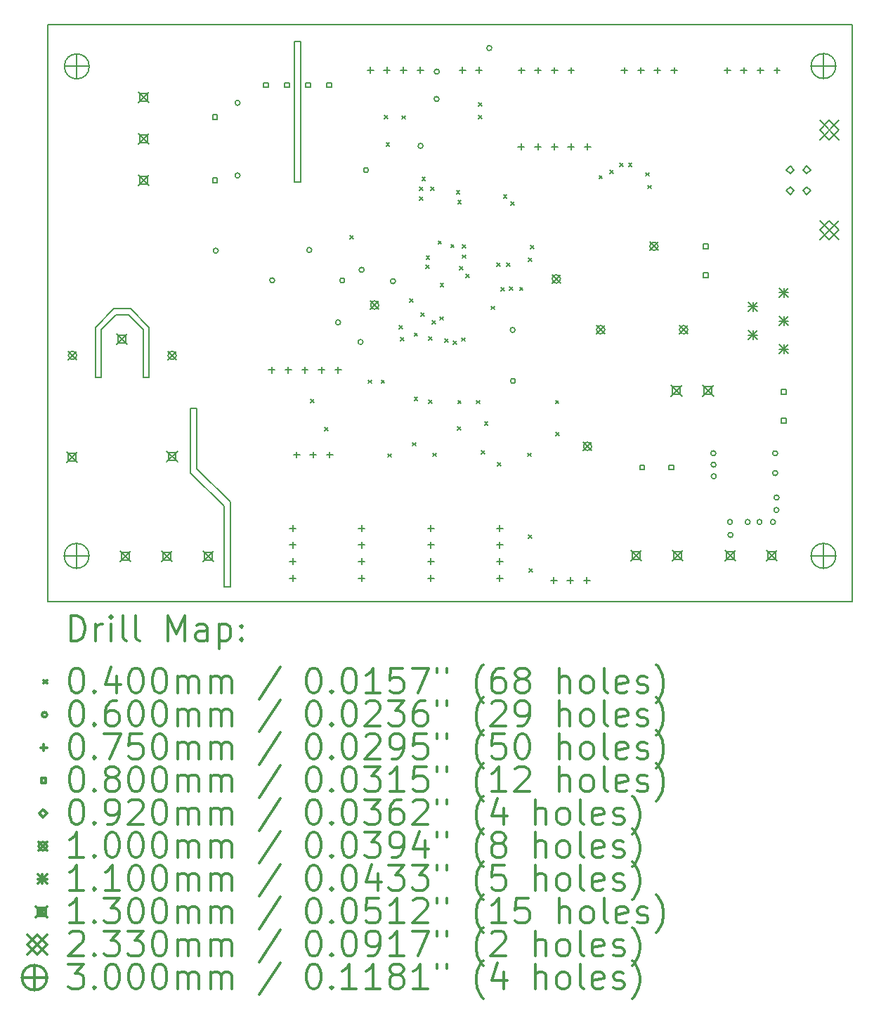
<source format=gbr>
%FSLAX45Y45*%
G04 Gerber Fmt 4.5, Leading zero omitted, Abs format (unit mm)*
G04 Created by KiCad (PCBNEW 5.1.10) date 2021-10-03 17:53:52*
%MOMM*%
%LPD*%
G01*
G04 APERTURE LIST*
%TA.AperFunction,Profile*%
%ADD10C,0.150000*%
%TD*%
%ADD11C,0.200000*%
%ADD12C,0.300000*%
G04 APERTURE END LIST*
D10*
X9200000Y-8800000D02*
X9200000Y-7100000D01*
X9125000Y-8800000D02*
X9200000Y-8800000D01*
X9125000Y-7100000D02*
X9125000Y-8800000D01*
X9200000Y-7100000D02*
X9125000Y-7100000D01*
X8350000Y-13675000D02*
X8275000Y-13675000D01*
X8350000Y-12650000D02*
X8350000Y-13675000D01*
X7950000Y-12250000D02*
X8350000Y-12650000D01*
X7950000Y-11525000D02*
X7950000Y-12250000D01*
X7875000Y-11525000D02*
X7950000Y-11525000D01*
X7875000Y-12300000D02*
X7875000Y-11525000D01*
X8275000Y-12700000D02*
X7875000Y-12300000D01*
X8275000Y-13675000D02*
X8275000Y-12700000D01*
X7375000Y-11150000D02*
X7300000Y-11150000D01*
X7375000Y-10550000D02*
X7375000Y-11150000D01*
X7150000Y-10325000D02*
X7375000Y-10550000D01*
X6950000Y-10325000D02*
X7150000Y-10325000D01*
X6725000Y-10550000D02*
X6950000Y-10325000D01*
X6725000Y-10575000D02*
X6725000Y-10550000D01*
X6725000Y-11150000D02*
X6725000Y-10575000D01*
X6800000Y-11150000D02*
X6725000Y-11150000D01*
X7125000Y-10400000D02*
X6975000Y-10400000D01*
X7300000Y-10575000D02*
X7125000Y-10400000D01*
X7300000Y-11150000D02*
X7300000Y-10575000D01*
X6800000Y-10575000D02*
X6975000Y-10400000D01*
X6800000Y-11150000D02*
X6800000Y-10575000D01*
X6150000Y-6900000D02*
X6150000Y-13850000D01*
X15850000Y-6900000D02*
X6150000Y-6900000D01*
X15850000Y-13850000D02*
X15850000Y-6900000D01*
X6150000Y-13850000D02*
X15850000Y-13850000D01*
D11*
X9319580Y-11415080D02*
X9359580Y-11455080D01*
X9359580Y-11415080D02*
X9319580Y-11455080D01*
X9489760Y-11752900D02*
X9529760Y-11792900D01*
X9529760Y-11752900D02*
X9489760Y-11792900D01*
X9792020Y-9444040D02*
X9832020Y-9484040D01*
X9832020Y-9444040D02*
X9792020Y-9484040D01*
X10014270Y-11182670D02*
X10054270Y-11222670D01*
X10054270Y-11182670D02*
X10014270Y-11222670D01*
X10170480Y-11181400D02*
X10210480Y-11221400D01*
X10210480Y-11181400D02*
X10170480Y-11221400D01*
X10208580Y-7996240D02*
X10248580Y-8036240D01*
X10248580Y-7996240D02*
X10208580Y-8036240D01*
X10231440Y-8321360D02*
X10271440Y-8361360D01*
X10271440Y-8321360D02*
X10231440Y-8361360D01*
X10254300Y-12070400D02*
X10294300Y-12110400D01*
X10294300Y-12070400D02*
X10254300Y-12110400D01*
X10388920Y-10526080D02*
X10428920Y-10566080D01*
X10428920Y-10526080D02*
X10388920Y-10566080D01*
X10405430Y-10672130D02*
X10445430Y-10712130D01*
X10445430Y-10672130D02*
X10405430Y-10712130D01*
X10419400Y-7998780D02*
X10459400Y-8038780D01*
X10459400Y-7998780D02*
X10419400Y-8038780D01*
X10513380Y-10200960D02*
X10553380Y-10240960D01*
X10553380Y-10200960D02*
X10513380Y-10240960D01*
X10546400Y-11935780D02*
X10586400Y-11975780D01*
X10586400Y-11935780D02*
X10546400Y-11975780D01*
X10567990Y-11388410D02*
X10607990Y-11428410D01*
X10607990Y-11388410D02*
X10567990Y-11428410D01*
X10569260Y-10614980D02*
X10609260Y-10654980D01*
X10609260Y-10614980D02*
X10569260Y-10654980D01*
X10632760Y-8976680D02*
X10672760Y-9016680D01*
X10672760Y-8976680D02*
X10632760Y-9016680D01*
X10635300Y-8854760D02*
X10675300Y-8894760D01*
X10675300Y-8854760D02*
X10635300Y-8894760D01*
X10650540Y-10373680D02*
X10690540Y-10413680D01*
X10690540Y-10373680D02*
X10650540Y-10413680D01*
X10662380Y-8737855D02*
X10702380Y-8777855D01*
X10702380Y-8737855D02*
X10662380Y-8777855D01*
X10711500Y-9799640D02*
X10751500Y-9839640D01*
X10751500Y-9799640D02*
X10711500Y-9839640D01*
X10714040Y-9685340D02*
X10754040Y-9725340D01*
X10754040Y-9685340D02*
X10714040Y-9725340D01*
X10741980Y-10663240D02*
X10781980Y-10703240D01*
X10781980Y-10663240D02*
X10741980Y-10703240D01*
X10741980Y-11425240D02*
X10781980Y-11465240D01*
X10781980Y-11425240D02*
X10741980Y-11465240D01*
X10767380Y-8854760D02*
X10807380Y-8894760D01*
X10807380Y-8854760D02*
X10767380Y-8894760D01*
X10785160Y-10467660D02*
X10825160Y-10507660D01*
X10825160Y-10467660D02*
X10785160Y-10507660D01*
X10792780Y-12062780D02*
X10832780Y-12102780D01*
X10832780Y-12062780D02*
X10792780Y-12102780D01*
X10856280Y-9505000D02*
X10896280Y-9545000D01*
X10896280Y-9505000D02*
X10856280Y-9545000D01*
X10876600Y-10419400D02*
X10916600Y-10459400D01*
X10916600Y-10419400D02*
X10876600Y-10459400D01*
X10881680Y-10020620D02*
X10921680Y-10060620D01*
X10921680Y-10020620D02*
X10881680Y-10060620D01*
X10937560Y-10688640D02*
X10977560Y-10728640D01*
X10977560Y-10688640D02*
X10937560Y-10728640D01*
X11009950Y-9546910D02*
X11049950Y-9586910D01*
X11049950Y-9546910D02*
X11009950Y-9586910D01*
X11041700Y-10708960D02*
X11081700Y-10748960D01*
X11081700Y-10708960D02*
X11041700Y-10748960D01*
X11077260Y-8900480D02*
X11117260Y-8940480D01*
X11117260Y-8900480D02*
X11077260Y-8940480D01*
X11092500Y-11747820D02*
X11132500Y-11787820D01*
X11132500Y-11747820D02*
X11092500Y-11787820D01*
X11095040Y-9017320D02*
X11135040Y-9057320D01*
X11135040Y-9017320D02*
X11095040Y-9057320D01*
X11095040Y-11427780D02*
X11135040Y-11467780D01*
X11135040Y-11427780D02*
X11095040Y-11467780D01*
X11112820Y-9817420D02*
X11152820Y-9857420D01*
X11152820Y-9817420D02*
X11112820Y-9857420D01*
X11140760Y-10673400D02*
X11180760Y-10713400D01*
X11180760Y-10673400D02*
X11140760Y-10713400D01*
X11148380Y-9675180D02*
X11188380Y-9715180D01*
X11188380Y-9675180D02*
X11148380Y-9715180D01*
X11150920Y-9550720D02*
X11190920Y-9590720D01*
X11190920Y-9550720D02*
X11150920Y-9590720D01*
X11194100Y-9908860D02*
X11234100Y-9948860D01*
X11234100Y-9908860D02*
X11194100Y-9948860D01*
X11318560Y-11427780D02*
X11358560Y-11467780D01*
X11358560Y-11427780D02*
X11318560Y-11467780D01*
X11341420Y-7843840D02*
X11381420Y-7883840D01*
X11381420Y-7843840D02*
X11341420Y-7883840D01*
X11343960Y-7993700D02*
X11383960Y-8033700D01*
X11383960Y-7993700D02*
X11343960Y-8033700D01*
X11376980Y-12029760D02*
X11416980Y-12069760D01*
X11416980Y-12029760D02*
X11376980Y-12069760D01*
X11415080Y-11686860D02*
X11455080Y-11726860D01*
X11455080Y-11686860D02*
X11415080Y-11726860D01*
X11496360Y-10292400D02*
X11536360Y-10332400D01*
X11536360Y-10292400D02*
X11496360Y-10332400D01*
X11562400Y-9769160D02*
X11602400Y-9809160D01*
X11602400Y-9769160D02*
X11562400Y-9809160D01*
X11575100Y-12179620D02*
X11615100Y-12219620D01*
X11615100Y-12179620D02*
X11575100Y-12219620D01*
X11615740Y-10066340D02*
X11655740Y-10106340D01*
X11655740Y-10066340D02*
X11615740Y-10106340D01*
X11643680Y-8951280D02*
X11683680Y-8991280D01*
X11683680Y-8951280D02*
X11643680Y-8991280D01*
X11684320Y-9769160D02*
X11724320Y-9809160D01*
X11724320Y-9769160D02*
X11684320Y-9809160D01*
X11718303Y-10062837D02*
X11758303Y-10102837D01*
X11758303Y-10062837D02*
X11718303Y-10102837D01*
X11732580Y-9032560D02*
X11772580Y-9072560D01*
X11772580Y-9032560D02*
X11732580Y-9072560D01*
X11839260Y-10063800D02*
X11879260Y-10103800D01*
X11879260Y-10063800D02*
X11839260Y-10103800D01*
X11938320Y-12062780D02*
X11978320Y-12102780D01*
X11978320Y-12062780D02*
X11938320Y-12102780D01*
X11943400Y-13050840D02*
X11983400Y-13090840D01*
X11983400Y-13050840D02*
X11943400Y-13090840D01*
X11945940Y-9713280D02*
X11985940Y-9753280D01*
X11985940Y-9713280D02*
X11945940Y-9753280D01*
X11953560Y-13457240D02*
X11993560Y-13497240D01*
X11993560Y-13457240D02*
X11953560Y-13497240D01*
X11968800Y-9563420D02*
X12008800Y-9603420D01*
X12008800Y-9563420D02*
X11968800Y-9603420D01*
X12271060Y-11427780D02*
X12311060Y-11467780D01*
X12311060Y-11427780D02*
X12271060Y-11467780D01*
X12276140Y-11811320D02*
X12316140Y-11851320D01*
X12316140Y-11811320D02*
X12276140Y-11851320D01*
X12796840Y-8717600D02*
X12836840Y-8757600D01*
X12836840Y-8717600D02*
X12796840Y-8757600D01*
X12926380Y-8654100D02*
X12966380Y-8694100D01*
X12966380Y-8654100D02*
X12926380Y-8694100D01*
X13043220Y-8570280D02*
X13083220Y-8610280D01*
X13083220Y-8570280D02*
X13043220Y-8610280D01*
X13152440Y-8567740D02*
X13192440Y-8607740D01*
X13192440Y-8567740D02*
X13152440Y-8607740D01*
X13359450Y-8683310D02*
X13399450Y-8723310D01*
X13399450Y-8683310D02*
X13359450Y-8723310D01*
X13383580Y-8836980D02*
X13423580Y-8876980D01*
X13423580Y-8836980D02*
X13383580Y-8876980D01*
X8206260Y-9624060D02*
G75*
G03*
X8206260Y-9624060I-30000J0D01*
G01*
X8469150Y-8718550D02*
G75*
G03*
X8469150Y-8718550I-30000J0D01*
G01*
X8470420Y-7843520D02*
G75*
G03*
X8470420Y-7843520I-30000J0D01*
G01*
X8886980Y-9982200D02*
G75*
G03*
X8886980Y-9982200I-30000J0D01*
G01*
X9334020Y-9616440D02*
G75*
G03*
X9334020Y-9616440I-30000J0D01*
G01*
X9680770Y-10488890D02*
G75*
G03*
X9680770Y-10488890I-30000J0D01*
G01*
X9730260Y-9982200D02*
G75*
G03*
X9730260Y-9982200I-30000J0D01*
G01*
X9951240Y-10723880D02*
G75*
G03*
X9951240Y-10723880I-30000J0D01*
G01*
X9963940Y-9855200D02*
G75*
G03*
X9963940Y-9855200I-30000J0D01*
G01*
X10017280Y-8653780D02*
G75*
G03*
X10017280Y-8653780I-30000J0D01*
G01*
X10342400Y-9992360D02*
G75*
G03*
X10342400Y-9992360I-30000J0D01*
G01*
X10675140Y-8361680D02*
G75*
G03*
X10675140Y-8361680I-30000J0D01*
G01*
X10868180Y-7797800D02*
G75*
G03*
X10868180Y-7797800I-30000J0D01*
G01*
X10870720Y-7467600D02*
G75*
G03*
X10870720Y-7467600I-30000J0D01*
G01*
X11503180Y-7183120D02*
G75*
G03*
X11503180Y-7183120I-30000J0D01*
G01*
X11785120Y-10579100D02*
G75*
G03*
X11785120Y-10579100I-30000J0D01*
G01*
X11787660Y-11193780D02*
G75*
G03*
X11787660Y-11193780I-30000J0D01*
G01*
X14203200Y-12065000D02*
G75*
G03*
X14203200Y-12065000I-30000J0D01*
G01*
X14205740Y-12202160D02*
G75*
G03*
X14205740Y-12202160I-30000J0D01*
G01*
X14208280Y-12341860D02*
G75*
G03*
X14208280Y-12341860I-30000J0D01*
G01*
X14403860Y-12893040D02*
G75*
G03*
X14403860Y-12893040I-30000J0D01*
G01*
X14408940Y-13047980D02*
G75*
G03*
X14408940Y-13047980I-30000J0D01*
G01*
X14617220Y-12893040D02*
G75*
G03*
X14617220Y-12893040I-30000J0D01*
G01*
X14759460Y-12893040D02*
G75*
G03*
X14759460Y-12893040I-30000J0D01*
G01*
X14922020Y-12893040D02*
G75*
G03*
X14922020Y-12893040I-30000J0D01*
G01*
X14947420Y-12065000D02*
G75*
G03*
X14947420Y-12065000I-30000J0D01*
G01*
X14947420Y-12303760D02*
G75*
G03*
X14947420Y-12303760I-30000J0D01*
G01*
X14962660Y-12748260D02*
G75*
G03*
X14962660Y-12748260I-30000J0D01*
G01*
X14965200Y-12598400D02*
G75*
G03*
X14965200Y-12598400I-30000J0D01*
G01*
X8850770Y-11023210D02*
X8850770Y-11098210D01*
X8813270Y-11060710D02*
X8888270Y-11060710D01*
X9050770Y-11023210D02*
X9050770Y-11098210D01*
X9013270Y-11060710D02*
X9088270Y-11060710D01*
X9103360Y-12931180D02*
X9103360Y-13006180D01*
X9065860Y-12968680D02*
X9140860Y-12968680D01*
X9103360Y-13131180D02*
X9103360Y-13206180D01*
X9065860Y-13168680D02*
X9140860Y-13168680D01*
X9103360Y-13331180D02*
X9103360Y-13406180D01*
X9065860Y-13368680D02*
X9140860Y-13368680D01*
X9103360Y-13531180D02*
X9103360Y-13606180D01*
X9065860Y-13568680D02*
X9140860Y-13568680D01*
X9150350Y-12045280D02*
X9150350Y-12120280D01*
X9112850Y-12082780D02*
X9187850Y-12082780D01*
X9250770Y-11023210D02*
X9250770Y-11098210D01*
X9213270Y-11060710D02*
X9288270Y-11060710D01*
X9350350Y-12045280D02*
X9350350Y-12120280D01*
X9312850Y-12082780D02*
X9387850Y-12082780D01*
X9450770Y-11023210D02*
X9450770Y-11098210D01*
X9413270Y-11060710D02*
X9488270Y-11060710D01*
X9550350Y-12045280D02*
X9550350Y-12120280D01*
X9512850Y-12082780D02*
X9587850Y-12082780D01*
X9650770Y-11023210D02*
X9650770Y-11098210D01*
X9613270Y-11060710D02*
X9688270Y-11060710D01*
X9935633Y-12931180D02*
X9935633Y-13006180D01*
X9898133Y-12968680D02*
X9973133Y-12968680D01*
X9935633Y-13131180D02*
X9935633Y-13206180D01*
X9898133Y-13168680D02*
X9973133Y-13168680D01*
X9935633Y-13331180D02*
X9935633Y-13406180D01*
X9898133Y-13368680D02*
X9973133Y-13368680D01*
X9935633Y-13531180D02*
X9935633Y-13606180D01*
X9898133Y-13568680D02*
X9973133Y-13568680D01*
X10040620Y-7412320D02*
X10040620Y-7487320D01*
X10003120Y-7449820D02*
X10078120Y-7449820D01*
X10240620Y-7412320D02*
X10240620Y-7487320D01*
X10203120Y-7449820D02*
X10278120Y-7449820D01*
X10440620Y-7412320D02*
X10440620Y-7487320D01*
X10403120Y-7449820D02*
X10478120Y-7449820D01*
X10640620Y-7412320D02*
X10640620Y-7487320D01*
X10603120Y-7449820D02*
X10678120Y-7449820D01*
X10767907Y-12931180D02*
X10767907Y-13006180D01*
X10730407Y-12968680D02*
X10805407Y-12968680D01*
X10767907Y-13131180D02*
X10767907Y-13206180D01*
X10730407Y-13168680D02*
X10805407Y-13168680D01*
X10767907Y-13331180D02*
X10767907Y-13406180D01*
X10730407Y-13368680D02*
X10805407Y-13368680D01*
X10767907Y-13531180D02*
X10767907Y-13606180D01*
X10730407Y-13568680D02*
X10805407Y-13568680D01*
X11148720Y-7412320D02*
X11148720Y-7487320D01*
X11111220Y-7449820D02*
X11186220Y-7449820D01*
X11348720Y-7412320D02*
X11348720Y-7487320D01*
X11311220Y-7449820D02*
X11386220Y-7449820D01*
X11600180Y-12931180D02*
X11600180Y-13006180D01*
X11562680Y-12968680D02*
X11637680Y-12968680D01*
X11600180Y-13131180D02*
X11600180Y-13206180D01*
X11562680Y-13168680D02*
X11637680Y-13168680D01*
X11600180Y-13331180D02*
X11600180Y-13406180D01*
X11562680Y-13368680D02*
X11637680Y-13368680D01*
X11600180Y-13531180D02*
X11600180Y-13606180D01*
X11562680Y-13568680D02*
X11637680Y-13568680D01*
X11858090Y-8335610D02*
X11858090Y-8410610D01*
X11820590Y-8373110D02*
X11895590Y-8373110D01*
X11860530Y-7413590D02*
X11860530Y-7488590D01*
X11823030Y-7451090D02*
X11898030Y-7451090D01*
X12058090Y-8335610D02*
X12058090Y-8410610D01*
X12020590Y-8373110D02*
X12095590Y-8373110D01*
X12060530Y-7413590D02*
X12060530Y-7488590D01*
X12023030Y-7451090D02*
X12098030Y-7451090D01*
X12249150Y-13557850D02*
X12249150Y-13632850D01*
X12211650Y-13595350D02*
X12286650Y-13595350D01*
X12258090Y-8335610D02*
X12258090Y-8410610D01*
X12220590Y-8373110D02*
X12295590Y-8373110D01*
X12260530Y-7413590D02*
X12260530Y-7488590D01*
X12223030Y-7451090D02*
X12298030Y-7451090D01*
X12449150Y-13557850D02*
X12449150Y-13632850D01*
X12411650Y-13595350D02*
X12486650Y-13595350D01*
X12458090Y-8335610D02*
X12458090Y-8410610D01*
X12420590Y-8373110D02*
X12495590Y-8373110D01*
X12460530Y-7413590D02*
X12460530Y-7488590D01*
X12423030Y-7451090D02*
X12498030Y-7451090D01*
X12649150Y-13557850D02*
X12649150Y-13632850D01*
X12611650Y-13595350D02*
X12686650Y-13595350D01*
X12658090Y-8335610D02*
X12658090Y-8410610D01*
X12620590Y-8373110D02*
X12695590Y-8373110D01*
X13100685Y-7413590D02*
X13100685Y-7488590D01*
X13063185Y-7451090D02*
X13138185Y-7451090D01*
X13300685Y-7413590D02*
X13300685Y-7488590D01*
X13263185Y-7451090D02*
X13338185Y-7451090D01*
X13500685Y-7413590D02*
X13500685Y-7488590D01*
X13463185Y-7451090D02*
X13538185Y-7451090D01*
X13700685Y-7413590D02*
X13700685Y-7488590D01*
X13663185Y-7451090D02*
X13738185Y-7451090D01*
X14340840Y-7413590D02*
X14340840Y-7488590D01*
X14303340Y-7451090D02*
X14378340Y-7451090D01*
X14540840Y-7413590D02*
X14540840Y-7488590D01*
X14503340Y-7451090D02*
X14578340Y-7451090D01*
X14740840Y-7413590D02*
X14740840Y-7488590D01*
X14703340Y-7451090D02*
X14778340Y-7451090D01*
X14940840Y-7413590D02*
X14940840Y-7488590D01*
X14903340Y-7451090D02*
X14978340Y-7451090D01*
X8196924Y-8041984D02*
X8196924Y-7985415D01*
X8140355Y-7985415D01*
X8140355Y-8041984D01*
X8196924Y-8041984D01*
X8196924Y-8803985D02*
X8196924Y-8747416D01*
X8140355Y-8747416D01*
X8140355Y-8803985D01*
X8196924Y-8803985D01*
X8809065Y-7655904D02*
X8809065Y-7599335D01*
X8752496Y-7599335D01*
X8752496Y-7655904D01*
X8809065Y-7655904D01*
X9063065Y-7655904D02*
X9063065Y-7599335D01*
X9006496Y-7599335D01*
X9006496Y-7655904D01*
X9063065Y-7655904D01*
X9317065Y-7655904D02*
X9317065Y-7599335D01*
X9260496Y-7599335D01*
X9260496Y-7655904D01*
X9317065Y-7655904D01*
X9571065Y-7655904D02*
X9571065Y-7599335D01*
X9514496Y-7599335D01*
X9514496Y-7655904D01*
X9571065Y-7655904D01*
X13342964Y-12263464D02*
X13342964Y-12206895D01*
X13286395Y-12206895D01*
X13286395Y-12263464D01*
X13342964Y-12263464D01*
X13692964Y-12263464D02*
X13692964Y-12206895D01*
X13636395Y-12206895D01*
X13636395Y-12263464D01*
X13692964Y-12263464D01*
X14110044Y-9599525D02*
X14110044Y-9542956D01*
X14053475Y-9542956D01*
X14053475Y-9599525D01*
X14110044Y-9599525D01*
X14110044Y-9949525D02*
X14110044Y-9892956D01*
X14053475Y-9892956D01*
X14053475Y-9949525D01*
X14110044Y-9949525D01*
X15047304Y-11351604D02*
X15047304Y-11295035D01*
X14990735Y-11295035D01*
X14990735Y-11351604D01*
X15047304Y-11351604D01*
X15047304Y-11701604D02*
X15047304Y-11645035D01*
X14990735Y-11645035D01*
X14990735Y-11701604D01*
X15047304Y-11701604D01*
X15100000Y-8696000D02*
X15146000Y-8650000D01*
X15100000Y-8604000D01*
X15054000Y-8650000D01*
X15100000Y-8696000D01*
X15100000Y-8946000D02*
X15146000Y-8900000D01*
X15100000Y-8854000D01*
X15054000Y-8900000D01*
X15100000Y-8946000D01*
X15300000Y-8696000D02*
X15346000Y-8650000D01*
X15300000Y-8604000D01*
X15254000Y-8650000D01*
X15300000Y-8696000D01*
X15300000Y-8946000D02*
X15346000Y-8900000D01*
X15300000Y-8854000D01*
X15254000Y-8900000D01*
X15300000Y-8946000D01*
X6400960Y-10835860D02*
X6500960Y-10935860D01*
X6500960Y-10835860D02*
X6400960Y-10935860D01*
X6500960Y-10885860D02*
G75*
G03*
X6500960Y-10885860I-50000J0D01*
G01*
X7600960Y-10835860D02*
X7700960Y-10935860D01*
X7700960Y-10835860D02*
X7600960Y-10935860D01*
X7700960Y-10885860D02*
G75*
G03*
X7700960Y-10885860I-50000J0D01*
G01*
X10041420Y-10229380D02*
X10141420Y-10329380D01*
X10141420Y-10229380D02*
X10041420Y-10329380D01*
X10141420Y-10279380D02*
G75*
G03*
X10141420Y-10279380I-50000J0D01*
G01*
X12230900Y-9914420D02*
X12330900Y-10014420D01*
X12330900Y-9914420D02*
X12230900Y-10014420D01*
X12330900Y-9964420D02*
G75*
G03*
X12330900Y-9964420I-50000J0D01*
G01*
X12606820Y-11931180D02*
X12706820Y-12031180D01*
X12706820Y-11931180D02*
X12606820Y-12031180D01*
X12706820Y-11981180D02*
G75*
G03*
X12706820Y-11981180I-50000J0D01*
G01*
X12765060Y-10526560D02*
X12865060Y-10626560D01*
X12865060Y-10526560D02*
X12765060Y-10626560D01*
X12865060Y-10576560D02*
G75*
G03*
X12865060Y-10576560I-50000J0D01*
G01*
X13406920Y-9520720D02*
X13506920Y-9620720D01*
X13506920Y-9520720D02*
X13406920Y-9620720D01*
X13506920Y-9570720D02*
G75*
G03*
X13506920Y-9570720I-50000J0D01*
G01*
X13765060Y-10526560D02*
X13865060Y-10626560D01*
X13865060Y-10526560D02*
X13765060Y-10626560D01*
X13865060Y-10576560D02*
G75*
G03*
X13865060Y-10576560I-50000J0D01*
G01*
X14596560Y-10244520D02*
X14706560Y-10354520D01*
X14706560Y-10244520D02*
X14596560Y-10354520D01*
X14651560Y-10244520D02*
X14651560Y-10354520D01*
X14596560Y-10299520D02*
X14706560Y-10299520D01*
X14596560Y-10584520D02*
X14706560Y-10694520D01*
X14706560Y-10584520D02*
X14596560Y-10694520D01*
X14651560Y-10584520D02*
X14651560Y-10694520D01*
X14596560Y-10639520D02*
X14706560Y-10639520D01*
X14966560Y-10074520D02*
X15076560Y-10184520D01*
X15076560Y-10074520D02*
X14966560Y-10184520D01*
X15021560Y-10074520D02*
X15021560Y-10184520D01*
X14966560Y-10129520D02*
X15076560Y-10129520D01*
X14966560Y-10414520D02*
X15076560Y-10524520D01*
X15076560Y-10414520D02*
X14966560Y-10524520D01*
X15021560Y-10414520D02*
X15021560Y-10524520D01*
X14966560Y-10469520D02*
X15076560Y-10469520D01*
X14966560Y-10754520D02*
X15076560Y-10864520D01*
X15076560Y-10754520D02*
X14966560Y-10864520D01*
X15021560Y-10754520D02*
X15021560Y-10864520D01*
X14966560Y-10809520D02*
X15076560Y-10809520D01*
X6380960Y-12045860D02*
X6510960Y-12175860D01*
X6510960Y-12045860D02*
X6380960Y-12175860D01*
X6491922Y-12156822D02*
X6491922Y-12064898D01*
X6399998Y-12064898D01*
X6399998Y-12156822D01*
X6491922Y-12156822D01*
X6980960Y-10625860D02*
X7110960Y-10755860D01*
X7110960Y-10625860D02*
X6980960Y-10755860D01*
X7091922Y-10736822D02*
X7091922Y-10644898D01*
X6999998Y-10644898D01*
X6999998Y-10736822D01*
X7091922Y-10736822D01*
X7021190Y-13240770D02*
X7151190Y-13370770D01*
X7151190Y-13240770D02*
X7021190Y-13370770D01*
X7132152Y-13351732D02*
X7132152Y-13259808D01*
X7040228Y-13259808D01*
X7040228Y-13351732D01*
X7132152Y-13351732D01*
X7245120Y-7713240D02*
X7375120Y-7843240D01*
X7375120Y-7713240D02*
X7245120Y-7843240D01*
X7356082Y-7824202D02*
X7356082Y-7732278D01*
X7264158Y-7732278D01*
X7264158Y-7824202D01*
X7356082Y-7824202D01*
X7245120Y-8213240D02*
X7375120Y-8343240D01*
X7375120Y-8213240D02*
X7245120Y-8343240D01*
X7356082Y-8324202D02*
X7356082Y-8232278D01*
X7264158Y-8232278D01*
X7264158Y-8324202D01*
X7356082Y-8324202D01*
X7245120Y-8713240D02*
X7375120Y-8843240D01*
X7375120Y-8713240D02*
X7245120Y-8843240D01*
X7356082Y-8824202D02*
X7356082Y-8732278D01*
X7264158Y-8732278D01*
X7264158Y-8824202D01*
X7356082Y-8824202D01*
X7521190Y-13240770D02*
X7651190Y-13370770D01*
X7651190Y-13240770D02*
X7521190Y-13370770D01*
X7632152Y-13351732D02*
X7632152Y-13259808D01*
X7540228Y-13259808D01*
X7540228Y-13351732D01*
X7632152Y-13351732D01*
X7585960Y-12040860D02*
X7715960Y-12170860D01*
X7715960Y-12040860D02*
X7585960Y-12170860D01*
X7696922Y-12151822D02*
X7696922Y-12059898D01*
X7604998Y-12059898D01*
X7604998Y-12151822D01*
X7696922Y-12151822D01*
X8021190Y-13240770D02*
X8151190Y-13370770D01*
X8151190Y-13240770D02*
X8021190Y-13370770D01*
X8132152Y-13351732D02*
X8132152Y-13259808D01*
X8040228Y-13259808D01*
X8040228Y-13351732D01*
X8132152Y-13351732D01*
X13176400Y-13234440D02*
X13306400Y-13364440D01*
X13306400Y-13234440D02*
X13176400Y-13364440D01*
X13287362Y-13345402D02*
X13287362Y-13253478D01*
X13195438Y-13253478D01*
X13195438Y-13345402D01*
X13287362Y-13345402D01*
X13663700Y-11245620D02*
X13793700Y-11375620D01*
X13793700Y-11245620D02*
X13663700Y-11375620D01*
X13774662Y-11356582D02*
X13774662Y-11264658D01*
X13682738Y-11264658D01*
X13682738Y-11356582D01*
X13774662Y-11356582D01*
X13676400Y-13234440D02*
X13806400Y-13364440D01*
X13806400Y-13234440D02*
X13676400Y-13364440D01*
X13787362Y-13345402D02*
X13787362Y-13253478D01*
X13695438Y-13253478D01*
X13695438Y-13345402D01*
X13787362Y-13345402D01*
X14044700Y-11245620D02*
X14174700Y-11375620D01*
X14174700Y-11245620D02*
X14044700Y-11375620D01*
X14155662Y-11356582D02*
X14155662Y-11264658D01*
X14063738Y-11264658D01*
X14063738Y-11356582D01*
X14155662Y-11356582D01*
X14311780Y-13234440D02*
X14441780Y-13364440D01*
X14441780Y-13234440D02*
X14311780Y-13364440D01*
X14422742Y-13345402D02*
X14422742Y-13253478D01*
X14330818Y-13253478D01*
X14330818Y-13345402D01*
X14422742Y-13345402D01*
X14811780Y-13234440D02*
X14941780Y-13364440D01*
X14941780Y-13234440D02*
X14811780Y-13364440D01*
X14922742Y-13345402D02*
X14922742Y-13253478D01*
X14830818Y-13253478D01*
X14830818Y-13345402D01*
X14922742Y-13345402D01*
X15454500Y-8056500D02*
X15687500Y-8289500D01*
X15687500Y-8056500D02*
X15454500Y-8289500D01*
X15571000Y-8289500D02*
X15687500Y-8173000D01*
X15571000Y-8056500D01*
X15454500Y-8173000D01*
X15571000Y-8289500D01*
X15454500Y-9260500D02*
X15687500Y-9493500D01*
X15687500Y-9260500D02*
X15454500Y-9493500D01*
X15571000Y-9493500D02*
X15687500Y-9377000D01*
X15571000Y-9260500D01*
X15454500Y-9377000D01*
X15571000Y-9493500D01*
X6500000Y-13150000D02*
X6500000Y-13450000D01*
X6350000Y-13300000D02*
X6650000Y-13300000D01*
X6650000Y-13300000D02*
G75*
G03*
X6650000Y-13300000I-150000J0D01*
G01*
X6502400Y-7254100D02*
X6502400Y-7554100D01*
X6352400Y-7404100D02*
X6652400Y-7404100D01*
X6652400Y-7404100D02*
G75*
G03*
X6652400Y-7404100I-150000J0D01*
G01*
X15500000Y-7250000D02*
X15500000Y-7550000D01*
X15350000Y-7400000D02*
X15650000Y-7400000D01*
X15650000Y-7400000D02*
G75*
G03*
X15650000Y-7400000I-150000J0D01*
G01*
X15500000Y-13150000D02*
X15500000Y-13450000D01*
X15350000Y-13300000D02*
X15650000Y-13300000D01*
X15650000Y-13300000D02*
G75*
G03*
X15650000Y-13300000I-150000J0D01*
G01*
D12*
X6428928Y-14323214D02*
X6428928Y-14023214D01*
X6500357Y-14023214D01*
X6543214Y-14037500D01*
X6571786Y-14066071D01*
X6586071Y-14094643D01*
X6600357Y-14151786D01*
X6600357Y-14194643D01*
X6586071Y-14251786D01*
X6571786Y-14280357D01*
X6543214Y-14308929D01*
X6500357Y-14323214D01*
X6428928Y-14323214D01*
X6728928Y-14323214D02*
X6728928Y-14123214D01*
X6728928Y-14180357D02*
X6743214Y-14151786D01*
X6757500Y-14137500D01*
X6786071Y-14123214D01*
X6814643Y-14123214D01*
X6914643Y-14323214D02*
X6914643Y-14123214D01*
X6914643Y-14023214D02*
X6900357Y-14037500D01*
X6914643Y-14051786D01*
X6928928Y-14037500D01*
X6914643Y-14023214D01*
X6914643Y-14051786D01*
X7100357Y-14323214D02*
X7071786Y-14308929D01*
X7057500Y-14280357D01*
X7057500Y-14023214D01*
X7257500Y-14323214D02*
X7228928Y-14308929D01*
X7214643Y-14280357D01*
X7214643Y-14023214D01*
X7600357Y-14323214D02*
X7600357Y-14023214D01*
X7700357Y-14237500D01*
X7800357Y-14023214D01*
X7800357Y-14323214D01*
X8071786Y-14323214D02*
X8071786Y-14166071D01*
X8057500Y-14137500D01*
X8028928Y-14123214D01*
X7971786Y-14123214D01*
X7943214Y-14137500D01*
X8071786Y-14308929D02*
X8043214Y-14323214D01*
X7971786Y-14323214D01*
X7943214Y-14308929D01*
X7928928Y-14280357D01*
X7928928Y-14251786D01*
X7943214Y-14223214D01*
X7971786Y-14208929D01*
X8043214Y-14208929D01*
X8071786Y-14194643D01*
X8214643Y-14123214D02*
X8214643Y-14423214D01*
X8214643Y-14137500D02*
X8243214Y-14123214D01*
X8300357Y-14123214D01*
X8328928Y-14137500D01*
X8343214Y-14151786D01*
X8357500Y-14180357D01*
X8357500Y-14266071D01*
X8343214Y-14294643D01*
X8328928Y-14308929D01*
X8300357Y-14323214D01*
X8243214Y-14323214D01*
X8214643Y-14308929D01*
X8486071Y-14294643D02*
X8500357Y-14308929D01*
X8486071Y-14323214D01*
X8471786Y-14308929D01*
X8486071Y-14294643D01*
X8486071Y-14323214D01*
X8486071Y-14137500D02*
X8500357Y-14151786D01*
X8486071Y-14166071D01*
X8471786Y-14151786D01*
X8486071Y-14137500D01*
X8486071Y-14166071D01*
X6102500Y-14797500D02*
X6142500Y-14837500D01*
X6142500Y-14797500D02*
X6102500Y-14837500D01*
X6486071Y-14653214D02*
X6514643Y-14653214D01*
X6543214Y-14667500D01*
X6557500Y-14681786D01*
X6571786Y-14710357D01*
X6586071Y-14767500D01*
X6586071Y-14838929D01*
X6571786Y-14896071D01*
X6557500Y-14924643D01*
X6543214Y-14938929D01*
X6514643Y-14953214D01*
X6486071Y-14953214D01*
X6457500Y-14938929D01*
X6443214Y-14924643D01*
X6428928Y-14896071D01*
X6414643Y-14838929D01*
X6414643Y-14767500D01*
X6428928Y-14710357D01*
X6443214Y-14681786D01*
X6457500Y-14667500D01*
X6486071Y-14653214D01*
X6714643Y-14924643D02*
X6728928Y-14938929D01*
X6714643Y-14953214D01*
X6700357Y-14938929D01*
X6714643Y-14924643D01*
X6714643Y-14953214D01*
X6986071Y-14753214D02*
X6986071Y-14953214D01*
X6914643Y-14638929D02*
X6843214Y-14853214D01*
X7028928Y-14853214D01*
X7200357Y-14653214D02*
X7228928Y-14653214D01*
X7257500Y-14667500D01*
X7271786Y-14681786D01*
X7286071Y-14710357D01*
X7300357Y-14767500D01*
X7300357Y-14838929D01*
X7286071Y-14896071D01*
X7271786Y-14924643D01*
X7257500Y-14938929D01*
X7228928Y-14953214D01*
X7200357Y-14953214D01*
X7171786Y-14938929D01*
X7157500Y-14924643D01*
X7143214Y-14896071D01*
X7128928Y-14838929D01*
X7128928Y-14767500D01*
X7143214Y-14710357D01*
X7157500Y-14681786D01*
X7171786Y-14667500D01*
X7200357Y-14653214D01*
X7486071Y-14653214D02*
X7514643Y-14653214D01*
X7543214Y-14667500D01*
X7557500Y-14681786D01*
X7571786Y-14710357D01*
X7586071Y-14767500D01*
X7586071Y-14838929D01*
X7571786Y-14896071D01*
X7557500Y-14924643D01*
X7543214Y-14938929D01*
X7514643Y-14953214D01*
X7486071Y-14953214D01*
X7457500Y-14938929D01*
X7443214Y-14924643D01*
X7428928Y-14896071D01*
X7414643Y-14838929D01*
X7414643Y-14767500D01*
X7428928Y-14710357D01*
X7443214Y-14681786D01*
X7457500Y-14667500D01*
X7486071Y-14653214D01*
X7714643Y-14953214D02*
X7714643Y-14753214D01*
X7714643Y-14781786D02*
X7728928Y-14767500D01*
X7757500Y-14753214D01*
X7800357Y-14753214D01*
X7828928Y-14767500D01*
X7843214Y-14796071D01*
X7843214Y-14953214D01*
X7843214Y-14796071D02*
X7857500Y-14767500D01*
X7886071Y-14753214D01*
X7928928Y-14753214D01*
X7957500Y-14767500D01*
X7971786Y-14796071D01*
X7971786Y-14953214D01*
X8114643Y-14953214D02*
X8114643Y-14753214D01*
X8114643Y-14781786D02*
X8128928Y-14767500D01*
X8157500Y-14753214D01*
X8200357Y-14753214D01*
X8228928Y-14767500D01*
X8243214Y-14796071D01*
X8243214Y-14953214D01*
X8243214Y-14796071D02*
X8257500Y-14767500D01*
X8286071Y-14753214D01*
X8328928Y-14753214D01*
X8357500Y-14767500D01*
X8371786Y-14796071D01*
X8371786Y-14953214D01*
X8957500Y-14638929D02*
X8700357Y-15024643D01*
X9343214Y-14653214D02*
X9371786Y-14653214D01*
X9400357Y-14667500D01*
X9414643Y-14681786D01*
X9428928Y-14710357D01*
X9443214Y-14767500D01*
X9443214Y-14838929D01*
X9428928Y-14896071D01*
X9414643Y-14924643D01*
X9400357Y-14938929D01*
X9371786Y-14953214D01*
X9343214Y-14953214D01*
X9314643Y-14938929D01*
X9300357Y-14924643D01*
X9286071Y-14896071D01*
X9271786Y-14838929D01*
X9271786Y-14767500D01*
X9286071Y-14710357D01*
X9300357Y-14681786D01*
X9314643Y-14667500D01*
X9343214Y-14653214D01*
X9571786Y-14924643D02*
X9586071Y-14938929D01*
X9571786Y-14953214D01*
X9557500Y-14938929D01*
X9571786Y-14924643D01*
X9571786Y-14953214D01*
X9771786Y-14653214D02*
X9800357Y-14653214D01*
X9828928Y-14667500D01*
X9843214Y-14681786D01*
X9857500Y-14710357D01*
X9871786Y-14767500D01*
X9871786Y-14838929D01*
X9857500Y-14896071D01*
X9843214Y-14924643D01*
X9828928Y-14938929D01*
X9800357Y-14953214D01*
X9771786Y-14953214D01*
X9743214Y-14938929D01*
X9728928Y-14924643D01*
X9714643Y-14896071D01*
X9700357Y-14838929D01*
X9700357Y-14767500D01*
X9714643Y-14710357D01*
X9728928Y-14681786D01*
X9743214Y-14667500D01*
X9771786Y-14653214D01*
X10157500Y-14953214D02*
X9986071Y-14953214D01*
X10071786Y-14953214D02*
X10071786Y-14653214D01*
X10043214Y-14696071D01*
X10014643Y-14724643D01*
X9986071Y-14738929D01*
X10428928Y-14653214D02*
X10286071Y-14653214D01*
X10271786Y-14796071D01*
X10286071Y-14781786D01*
X10314643Y-14767500D01*
X10386071Y-14767500D01*
X10414643Y-14781786D01*
X10428928Y-14796071D01*
X10443214Y-14824643D01*
X10443214Y-14896071D01*
X10428928Y-14924643D01*
X10414643Y-14938929D01*
X10386071Y-14953214D01*
X10314643Y-14953214D01*
X10286071Y-14938929D01*
X10271786Y-14924643D01*
X10543214Y-14653214D02*
X10743214Y-14653214D01*
X10614643Y-14953214D01*
X10843214Y-14653214D02*
X10843214Y-14710357D01*
X10957500Y-14653214D02*
X10957500Y-14710357D01*
X11400357Y-15067500D02*
X11386071Y-15053214D01*
X11357500Y-15010357D01*
X11343214Y-14981786D01*
X11328928Y-14938929D01*
X11314643Y-14867500D01*
X11314643Y-14810357D01*
X11328928Y-14738929D01*
X11343214Y-14696071D01*
X11357500Y-14667500D01*
X11386071Y-14624643D01*
X11400357Y-14610357D01*
X11643214Y-14653214D02*
X11586071Y-14653214D01*
X11557500Y-14667500D01*
X11543214Y-14681786D01*
X11514643Y-14724643D01*
X11500357Y-14781786D01*
X11500357Y-14896071D01*
X11514643Y-14924643D01*
X11528928Y-14938929D01*
X11557500Y-14953214D01*
X11614643Y-14953214D01*
X11643214Y-14938929D01*
X11657500Y-14924643D01*
X11671786Y-14896071D01*
X11671786Y-14824643D01*
X11657500Y-14796071D01*
X11643214Y-14781786D01*
X11614643Y-14767500D01*
X11557500Y-14767500D01*
X11528928Y-14781786D01*
X11514643Y-14796071D01*
X11500357Y-14824643D01*
X11843214Y-14781786D02*
X11814643Y-14767500D01*
X11800357Y-14753214D01*
X11786071Y-14724643D01*
X11786071Y-14710357D01*
X11800357Y-14681786D01*
X11814643Y-14667500D01*
X11843214Y-14653214D01*
X11900357Y-14653214D01*
X11928928Y-14667500D01*
X11943214Y-14681786D01*
X11957500Y-14710357D01*
X11957500Y-14724643D01*
X11943214Y-14753214D01*
X11928928Y-14767500D01*
X11900357Y-14781786D01*
X11843214Y-14781786D01*
X11814643Y-14796071D01*
X11800357Y-14810357D01*
X11786071Y-14838929D01*
X11786071Y-14896071D01*
X11800357Y-14924643D01*
X11814643Y-14938929D01*
X11843214Y-14953214D01*
X11900357Y-14953214D01*
X11928928Y-14938929D01*
X11943214Y-14924643D01*
X11957500Y-14896071D01*
X11957500Y-14838929D01*
X11943214Y-14810357D01*
X11928928Y-14796071D01*
X11900357Y-14781786D01*
X12314643Y-14953214D02*
X12314643Y-14653214D01*
X12443214Y-14953214D02*
X12443214Y-14796071D01*
X12428928Y-14767500D01*
X12400357Y-14753214D01*
X12357500Y-14753214D01*
X12328928Y-14767500D01*
X12314643Y-14781786D01*
X12628928Y-14953214D02*
X12600357Y-14938929D01*
X12586071Y-14924643D01*
X12571786Y-14896071D01*
X12571786Y-14810357D01*
X12586071Y-14781786D01*
X12600357Y-14767500D01*
X12628928Y-14753214D01*
X12671786Y-14753214D01*
X12700357Y-14767500D01*
X12714643Y-14781786D01*
X12728928Y-14810357D01*
X12728928Y-14896071D01*
X12714643Y-14924643D01*
X12700357Y-14938929D01*
X12671786Y-14953214D01*
X12628928Y-14953214D01*
X12900357Y-14953214D02*
X12871786Y-14938929D01*
X12857500Y-14910357D01*
X12857500Y-14653214D01*
X13128928Y-14938929D02*
X13100357Y-14953214D01*
X13043214Y-14953214D01*
X13014643Y-14938929D01*
X13000357Y-14910357D01*
X13000357Y-14796071D01*
X13014643Y-14767500D01*
X13043214Y-14753214D01*
X13100357Y-14753214D01*
X13128928Y-14767500D01*
X13143214Y-14796071D01*
X13143214Y-14824643D01*
X13000357Y-14853214D01*
X13257500Y-14938929D02*
X13286071Y-14953214D01*
X13343214Y-14953214D01*
X13371786Y-14938929D01*
X13386071Y-14910357D01*
X13386071Y-14896071D01*
X13371786Y-14867500D01*
X13343214Y-14853214D01*
X13300357Y-14853214D01*
X13271786Y-14838929D01*
X13257500Y-14810357D01*
X13257500Y-14796071D01*
X13271786Y-14767500D01*
X13300357Y-14753214D01*
X13343214Y-14753214D01*
X13371786Y-14767500D01*
X13486071Y-15067500D02*
X13500357Y-15053214D01*
X13528928Y-15010357D01*
X13543214Y-14981786D01*
X13557500Y-14938929D01*
X13571786Y-14867500D01*
X13571786Y-14810357D01*
X13557500Y-14738929D01*
X13543214Y-14696071D01*
X13528928Y-14667500D01*
X13500357Y-14624643D01*
X13486071Y-14610357D01*
X6142500Y-15213500D02*
G75*
G03*
X6142500Y-15213500I-30000J0D01*
G01*
X6486071Y-15049214D02*
X6514643Y-15049214D01*
X6543214Y-15063500D01*
X6557500Y-15077786D01*
X6571786Y-15106357D01*
X6586071Y-15163500D01*
X6586071Y-15234929D01*
X6571786Y-15292071D01*
X6557500Y-15320643D01*
X6543214Y-15334929D01*
X6514643Y-15349214D01*
X6486071Y-15349214D01*
X6457500Y-15334929D01*
X6443214Y-15320643D01*
X6428928Y-15292071D01*
X6414643Y-15234929D01*
X6414643Y-15163500D01*
X6428928Y-15106357D01*
X6443214Y-15077786D01*
X6457500Y-15063500D01*
X6486071Y-15049214D01*
X6714643Y-15320643D02*
X6728928Y-15334929D01*
X6714643Y-15349214D01*
X6700357Y-15334929D01*
X6714643Y-15320643D01*
X6714643Y-15349214D01*
X6986071Y-15049214D02*
X6928928Y-15049214D01*
X6900357Y-15063500D01*
X6886071Y-15077786D01*
X6857500Y-15120643D01*
X6843214Y-15177786D01*
X6843214Y-15292071D01*
X6857500Y-15320643D01*
X6871786Y-15334929D01*
X6900357Y-15349214D01*
X6957500Y-15349214D01*
X6986071Y-15334929D01*
X7000357Y-15320643D01*
X7014643Y-15292071D01*
X7014643Y-15220643D01*
X7000357Y-15192071D01*
X6986071Y-15177786D01*
X6957500Y-15163500D01*
X6900357Y-15163500D01*
X6871786Y-15177786D01*
X6857500Y-15192071D01*
X6843214Y-15220643D01*
X7200357Y-15049214D02*
X7228928Y-15049214D01*
X7257500Y-15063500D01*
X7271786Y-15077786D01*
X7286071Y-15106357D01*
X7300357Y-15163500D01*
X7300357Y-15234929D01*
X7286071Y-15292071D01*
X7271786Y-15320643D01*
X7257500Y-15334929D01*
X7228928Y-15349214D01*
X7200357Y-15349214D01*
X7171786Y-15334929D01*
X7157500Y-15320643D01*
X7143214Y-15292071D01*
X7128928Y-15234929D01*
X7128928Y-15163500D01*
X7143214Y-15106357D01*
X7157500Y-15077786D01*
X7171786Y-15063500D01*
X7200357Y-15049214D01*
X7486071Y-15049214D02*
X7514643Y-15049214D01*
X7543214Y-15063500D01*
X7557500Y-15077786D01*
X7571786Y-15106357D01*
X7586071Y-15163500D01*
X7586071Y-15234929D01*
X7571786Y-15292071D01*
X7557500Y-15320643D01*
X7543214Y-15334929D01*
X7514643Y-15349214D01*
X7486071Y-15349214D01*
X7457500Y-15334929D01*
X7443214Y-15320643D01*
X7428928Y-15292071D01*
X7414643Y-15234929D01*
X7414643Y-15163500D01*
X7428928Y-15106357D01*
X7443214Y-15077786D01*
X7457500Y-15063500D01*
X7486071Y-15049214D01*
X7714643Y-15349214D02*
X7714643Y-15149214D01*
X7714643Y-15177786D02*
X7728928Y-15163500D01*
X7757500Y-15149214D01*
X7800357Y-15149214D01*
X7828928Y-15163500D01*
X7843214Y-15192071D01*
X7843214Y-15349214D01*
X7843214Y-15192071D02*
X7857500Y-15163500D01*
X7886071Y-15149214D01*
X7928928Y-15149214D01*
X7957500Y-15163500D01*
X7971786Y-15192071D01*
X7971786Y-15349214D01*
X8114643Y-15349214D02*
X8114643Y-15149214D01*
X8114643Y-15177786D02*
X8128928Y-15163500D01*
X8157500Y-15149214D01*
X8200357Y-15149214D01*
X8228928Y-15163500D01*
X8243214Y-15192071D01*
X8243214Y-15349214D01*
X8243214Y-15192071D02*
X8257500Y-15163500D01*
X8286071Y-15149214D01*
X8328928Y-15149214D01*
X8357500Y-15163500D01*
X8371786Y-15192071D01*
X8371786Y-15349214D01*
X8957500Y-15034929D02*
X8700357Y-15420643D01*
X9343214Y-15049214D02*
X9371786Y-15049214D01*
X9400357Y-15063500D01*
X9414643Y-15077786D01*
X9428928Y-15106357D01*
X9443214Y-15163500D01*
X9443214Y-15234929D01*
X9428928Y-15292071D01*
X9414643Y-15320643D01*
X9400357Y-15334929D01*
X9371786Y-15349214D01*
X9343214Y-15349214D01*
X9314643Y-15334929D01*
X9300357Y-15320643D01*
X9286071Y-15292071D01*
X9271786Y-15234929D01*
X9271786Y-15163500D01*
X9286071Y-15106357D01*
X9300357Y-15077786D01*
X9314643Y-15063500D01*
X9343214Y-15049214D01*
X9571786Y-15320643D02*
X9586071Y-15334929D01*
X9571786Y-15349214D01*
X9557500Y-15334929D01*
X9571786Y-15320643D01*
X9571786Y-15349214D01*
X9771786Y-15049214D02*
X9800357Y-15049214D01*
X9828928Y-15063500D01*
X9843214Y-15077786D01*
X9857500Y-15106357D01*
X9871786Y-15163500D01*
X9871786Y-15234929D01*
X9857500Y-15292071D01*
X9843214Y-15320643D01*
X9828928Y-15334929D01*
X9800357Y-15349214D01*
X9771786Y-15349214D01*
X9743214Y-15334929D01*
X9728928Y-15320643D01*
X9714643Y-15292071D01*
X9700357Y-15234929D01*
X9700357Y-15163500D01*
X9714643Y-15106357D01*
X9728928Y-15077786D01*
X9743214Y-15063500D01*
X9771786Y-15049214D01*
X9986071Y-15077786D02*
X10000357Y-15063500D01*
X10028928Y-15049214D01*
X10100357Y-15049214D01*
X10128928Y-15063500D01*
X10143214Y-15077786D01*
X10157500Y-15106357D01*
X10157500Y-15134929D01*
X10143214Y-15177786D01*
X9971786Y-15349214D01*
X10157500Y-15349214D01*
X10257500Y-15049214D02*
X10443214Y-15049214D01*
X10343214Y-15163500D01*
X10386071Y-15163500D01*
X10414643Y-15177786D01*
X10428928Y-15192071D01*
X10443214Y-15220643D01*
X10443214Y-15292071D01*
X10428928Y-15320643D01*
X10414643Y-15334929D01*
X10386071Y-15349214D01*
X10300357Y-15349214D01*
X10271786Y-15334929D01*
X10257500Y-15320643D01*
X10700357Y-15049214D02*
X10643214Y-15049214D01*
X10614643Y-15063500D01*
X10600357Y-15077786D01*
X10571786Y-15120643D01*
X10557500Y-15177786D01*
X10557500Y-15292071D01*
X10571786Y-15320643D01*
X10586071Y-15334929D01*
X10614643Y-15349214D01*
X10671786Y-15349214D01*
X10700357Y-15334929D01*
X10714643Y-15320643D01*
X10728928Y-15292071D01*
X10728928Y-15220643D01*
X10714643Y-15192071D01*
X10700357Y-15177786D01*
X10671786Y-15163500D01*
X10614643Y-15163500D01*
X10586071Y-15177786D01*
X10571786Y-15192071D01*
X10557500Y-15220643D01*
X10843214Y-15049214D02*
X10843214Y-15106357D01*
X10957500Y-15049214D02*
X10957500Y-15106357D01*
X11400357Y-15463500D02*
X11386071Y-15449214D01*
X11357500Y-15406357D01*
X11343214Y-15377786D01*
X11328928Y-15334929D01*
X11314643Y-15263500D01*
X11314643Y-15206357D01*
X11328928Y-15134929D01*
X11343214Y-15092071D01*
X11357500Y-15063500D01*
X11386071Y-15020643D01*
X11400357Y-15006357D01*
X11500357Y-15077786D02*
X11514643Y-15063500D01*
X11543214Y-15049214D01*
X11614643Y-15049214D01*
X11643214Y-15063500D01*
X11657500Y-15077786D01*
X11671786Y-15106357D01*
X11671786Y-15134929D01*
X11657500Y-15177786D01*
X11486071Y-15349214D01*
X11671786Y-15349214D01*
X11814643Y-15349214D02*
X11871786Y-15349214D01*
X11900357Y-15334929D01*
X11914643Y-15320643D01*
X11943214Y-15277786D01*
X11957500Y-15220643D01*
X11957500Y-15106357D01*
X11943214Y-15077786D01*
X11928928Y-15063500D01*
X11900357Y-15049214D01*
X11843214Y-15049214D01*
X11814643Y-15063500D01*
X11800357Y-15077786D01*
X11786071Y-15106357D01*
X11786071Y-15177786D01*
X11800357Y-15206357D01*
X11814643Y-15220643D01*
X11843214Y-15234929D01*
X11900357Y-15234929D01*
X11928928Y-15220643D01*
X11943214Y-15206357D01*
X11957500Y-15177786D01*
X12314643Y-15349214D02*
X12314643Y-15049214D01*
X12443214Y-15349214D02*
X12443214Y-15192071D01*
X12428928Y-15163500D01*
X12400357Y-15149214D01*
X12357500Y-15149214D01*
X12328928Y-15163500D01*
X12314643Y-15177786D01*
X12628928Y-15349214D02*
X12600357Y-15334929D01*
X12586071Y-15320643D01*
X12571786Y-15292071D01*
X12571786Y-15206357D01*
X12586071Y-15177786D01*
X12600357Y-15163500D01*
X12628928Y-15149214D01*
X12671786Y-15149214D01*
X12700357Y-15163500D01*
X12714643Y-15177786D01*
X12728928Y-15206357D01*
X12728928Y-15292071D01*
X12714643Y-15320643D01*
X12700357Y-15334929D01*
X12671786Y-15349214D01*
X12628928Y-15349214D01*
X12900357Y-15349214D02*
X12871786Y-15334929D01*
X12857500Y-15306357D01*
X12857500Y-15049214D01*
X13128928Y-15334929D02*
X13100357Y-15349214D01*
X13043214Y-15349214D01*
X13014643Y-15334929D01*
X13000357Y-15306357D01*
X13000357Y-15192071D01*
X13014643Y-15163500D01*
X13043214Y-15149214D01*
X13100357Y-15149214D01*
X13128928Y-15163500D01*
X13143214Y-15192071D01*
X13143214Y-15220643D01*
X13000357Y-15249214D01*
X13257500Y-15334929D02*
X13286071Y-15349214D01*
X13343214Y-15349214D01*
X13371786Y-15334929D01*
X13386071Y-15306357D01*
X13386071Y-15292071D01*
X13371786Y-15263500D01*
X13343214Y-15249214D01*
X13300357Y-15249214D01*
X13271786Y-15234929D01*
X13257500Y-15206357D01*
X13257500Y-15192071D01*
X13271786Y-15163500D01*
X13300357Y-15149214D01*
X13343214Y-15149214D01*
X13371786Y-15163500D01*
X13486071Y-15463500D02*
X13500357Y-15449214D01*
X13528928Y-15406357D01*
X13543214Y-15377786D01*
X13557500Y-15334929D01*
X13571786Y-15263500D01*
X13571786Y-15206357D01*
X13557500Y-15134929D01*
X13543214Y-15092071D01*
X13528928Y-15063500D01*
X13500357Y-15020643D01*
X13486071Y-15006357D01*
X6105000Y-15572000D02*
X6105000Y-15647000D01*
X6067500Y-15609500D02*
X6142500Y-15609500D01*
X6486071Y-15445214D02*
X6514643Y-15445214D01*
X6543214Y-15459500D01*
X6557500Y-15473786D01*
X6571786Y-15502357D01*
X6586071Y-15559500D01*
X6586071Y-15630929D01*
X6571786Y-15688071D01*
X6557500Y-15716643D01*
X6543214Y-15730929D01*
X6514643Y-15745214D01*
X6486071Y-15745214D01*
X6457500Y-15730929D01*
X6443214Y-15716643D01*
X6428928Y-15688071D01*
X6414643Y-15630929D01*
X6414643Y-15559500D01*
X6428928Y-15502357D01*
X6443214Y-15473786D01*
X6457500Y-15459500D01*
X6486071Y-15445214D01*
X6714643Y-15716643D02*
X6728928Y-15730929D01*
X6714643Y-15745214D01*
X6700357Y-15730929D01*
X6714643Y-15716643D01*
X6714643Y-15745214D01*
X6828928Y-15445214D02*
X7028928Y-15445214D01*
X6900357Y-15745214D01*
X7286071Y-15445214D02*
X7143214Y-15445214D01*
X7128928Y-15588071D01*
X7143214Y-15573786D01*
X7171786Y-15559500D01*
X7243214Y-15559500D01*
X7271786Y-15573786D01*
X7286071Y-15588071D01*
X7300357Y-15616643D01*
X7300357Y-15688071D01*
X7286071Y-15716643D01*
X7271786Y-15730929D01*
X7243214Y-15745214D01*
X7171786Y-15745214D01*
X7143214Y-15730929D01*
X7128928Y-15716643D01*
X7486071Y-15445214D02*
X7514643Y-15445214D01*
X7543214Y-15459500D01*
X7557500Y-15473786D01*
X7571786Y-15502357D01*
X7586071Y-15559500D01*
X7586071Y-15630929D01*
X7571786Y-15688071D01*
X7557500Y-15716643D01*
X7543214Y-15730929D01*
X7514643Y-15745214D01*
X7486071Y-15745214D01*
X7457500Y-15730929D01*
X7443214Y-15716643D01*
X7428928Y-15688071D01*
X7414643Y-15630929D01*
X7414643Y-15559500D01*
X7428928Y-15502357D01*
X7443214Y-15473786D01*
X7457500Y-15459500D01*
X7486071Y-15445214D01*
X7714643Y-15745214D02*
X7714643Y-15545214D01*
X7714643Y-15573786D02*
X7728928Y-15559500D01*
X7757500Y-15545214D01*
X7800357Y-15545214D01*
X7828928Y-15559500D01*
X7843214Y-15588071D01*
X7843214Y-15745214D01*
X7843214Y-15588071D02*
X7857500Y-15559500D01*
X7886071Y-15545214D01*
X7928928Y-15545214D01*
X7957500Y-15559500D01*
X7971786Y-15588071D01*
X7971786Y-15745214D01*
X8114643Y-15745214D02*
X8114643Y-15545214D01*
X8114643Y-15573786D02*
X8128928Y-15559500D01*
X8157500Y-15545214D01*
X8200357Y-15545214D01*
X8228928Y-15559500D01*
X8243214Y-15588071D01*
X8243214Y-15745214D01*
X8243214Y-15588071D02*
X8257500Y-15559500D01*
X8286071Y-15545214D01*
X8328928Y-15545214D01*
X8357500Y-15559500D01*
X8371786Y-15588071D01*
X8371786Y-15745214D01*
X8957500Y-15430929D02*
X8700357Y-15816643D01*
X9343214Y-15445214D02*
X9371786Y-15445214D01*
X9400357Y-15459500D01*
X9414643Y-15473786D01*
X9428928Y-15502357D01*
X9443214Y-15559500D01*
X9443214Y-15630929D01*
X9428928Y-15688071D01*
X9414643Y-15716643D01*
X9400357Y-15730929D01*
X9371786Y-15745214D01*
X9343214Y-15745214D01*
X9314643Y-15730929D01*
X9300357Y-15716643D01*
X9286071Y-15688071D01*
X9271786Y-15630929D01*
X9271786Y-15559500D01*
X9286071Y-15502357D01*
X9300357Y-15473786D01*
X9314643Y-15459500D01*
X9343214Y-15445214D01*
X9571786Y-15716643D02*
X9586071Y-15730929D01*
X9571786Y-15745214D01*
X9557500Y-15730929D01*
X9571786Y-15716643D01*
X9571786Y-15745214D01*
X9771786Y-15445214D02*
X9800357Y-15445214D01*
X9828928Y-15459500D01*
X9843214Y-15473786D01*
X9857500Y-15502357D01*
X9871786Y-15559500D01*
X9871786Y-15630929D01*
X9857500Y-15688071D01*
X9843214Y-15716643D01*
X9828928Y-15730929D01*
X9800357Y-15745214D01*
X9771786Y-15745214D01*
X9743214Y-15730929D01*
X9728928Y-15716643D01*
X9714643Y-15688071D01*
X9700357Y-15630929D01*
X9700357Y-15559500D01*
X9714643Y-15502357D01*
X9728928Y-15473786D01*
X9743214Y-15459500D01*
X9771786Y-15445214D01*
X9986071Y-15473786D02*
X10000357Y-15459500D01*
X10028928Y-15445214D01*
X10100357Y-15445214D01*
X10128928Y-15459500D01*
X10143214Y-15473786D01*
X10157500Y-15502357D01*
X10157500Y-15530929D01*
X10143214Y-15573786D01*
X9971786Y-15745214D01*
X10157500Y-15745214D01*
X10300357Y-15745214D02*
X10357500Y-15745214D01*
X10386071Y-15730929D01*
X10400357Y-15716643D01*
X10428928Y-15673786D01*
X10443214Y-15616643D01*
X10443214Y-15502357D01*
X10428928Y-15473786D01*
X10414643Y-15459500D01*
X10386071Y-15445214D01*
X10328928Y-15445214D01*
X10300357Y-15459500D01*
X10286071Y-15473786D01*
X10271786Y-15502357D01*
X10271786Y-15573786D01*
X10286071Y-15602357D01*
X10300357Y-15616643D01*
X10328928Y-15630929D01*
X10386071Y-15630929D01*
X10414643Y-15616643D01*
X10428928Y-15602357D01*
X10443214Y-15573786D01*
X10714643Y-15445214D02*
X10571786Y-15445214D01*
X10557500Y-15588071D01*
X10571786Y-15573786D01*
X10600357Y-15559500D01*
X10671786Y-15559500D01*
X10700357Y-15573786D01*
X10714643Y-15588071D01*
X10728928Y-15616643D01*
X10728928Y-15688071D01*
X10714643Y-15716643D01*
X10700357Y-15730929D01*
X10671786Y-15745214D01*
X10600357Y-15745214D01*
X10571786Y-15730929D01*
X10557500Y-15716643D01*
X10843214Y-15445214D02*
X10843214Y-15502357D01*
X10957500Y-15445214D02*
X10957500Y-15502357D01*
X11400357Y-15859500D02*
X11386071Y-15845214D01*
X11357500Y-15802357D01*
X11343214Y-15773786D01*
X11328928Y-15730929D01*
X11314643Y-15659500D01*
X11314643Y-15602357D01*
X11328928Y-15530929D01*
X11343214Y-15488071D01*
X11357500Y-15459500D01*
X11386071Y-15416643D01*
X11400357Y-15402357D01*
X11657500Y-15445214D02*
X11514643Y-15445214D01*
X11500357Y-15588071D01*
X11514643Y-15573786D01*
X11543214Y-15559500D01*
X11614643Y-15559500D01*
X11643214Y-15573786D01*
X11657500Y-15588071D01*
X11671786Y-15616643D01*
X11671786Y-15688071D01*
X11657500Y-15716643D01*
X11643214Y-15730929D01*
X11614643Y-15745214D01*
X11543214Y-15745214D01*
X11514643Y-15730929D01*
X11500357Y-15716643D01*
X11857500Y-15445214D02*
X11886071Y-15445214D01*
X11914643Y-15459500D01*
X11928928Y-15473786D01*
X11943214Y-15502357D01*
X11957500Y-15559500D01*
X11957500Y-15630929D01*
X11943214Y-15688071D01*
X11928928Y-15716643D01*
X11914643Y-15730929D01*
X11886071Y-15745214D01*
X11857500Y-15745214D01*
X11828928Y-15730929D01*
X11814643Y-15716643D01*
X11800357Y-15688071D01*
X11786071Y-15630929D01*
X11786071Y-15559500D01*
X11800357Y-15502357D01*
X11814643Y-15473786D01*
X11828928Y-15459500D01*
X11857500Y-15445214D01*
X12314643Y-15745214D02*
X12314643Y-15445214D01*
X12443214Y-15745214D02*
X12443214Y-15588071D01*
X12428928Y-15559500D01*
X12400357Y-15545214D01*
X12357500Y-15545214D01*
X12328928Y-15559500D01*
X12314643Y-15573786D01*
X12628928Y-15745214D02*
X12600357Y-15730929D01*
X12586071Y-15716643D01*
X12571786Y-15688071D01*
X12571786Y-15602357D01*
X12586071Y-15573786D01*
X12600357Y-15559500D01*
X12628928Y-15545214D01*
X12671786Y-15545214D01*
X12700357Y-15559500D01*
X12714643Y-15573786D01*
X12728928Y-15602357D01*
X12728928Y-15688071D01*
X12714643Y-15716643D01*
X12700357Y-15730929D01*
X12671786Y-15745214D01*
X12628928Y-15745214D01*
X12900357Y-15745214D02*
X12871786Y-15730929D01*
X12857500Y-15702357D01*
X12857500Y-15445214D01*
X13128928Y-15730929D02*
X13100357Y-15745214D01*
X13043214Y-15745214D01*
X13014643Y-15730929D01*
X13000357Y-15702357D01*
X13000357Y-15588071D01*
X13014643Y-15559500D01*
X13043214Y-15545214D01*
X13100357Y-15545214D01*
X13128928Y-15559500D01*
X13143214Y-15588071D01*
X13143214Y-15616643D01*
X13000357Y-15645214D01*
X13257500Y-15730929D02*
X13286071Y-15745214D01*
X13343214Y-15745214D01*
X13371786Y-15730929D01*
X13386071Y-15702357D01*
X13386071Y-15688071D01*
X13371786Y-15659500D01*
X13343214Y-15645214D01*
X13300357Y-15645214D01*
X13271786Y-15630929D01*
X13257500Y-15602357D01*
X13257500Y-15588071D01*
X13271786Y-15559500D01*
X13300357Y-15545214D01*
X13343214Y-15545214D01*
X13371786Y-15559500D01*
X13486071Y-15859500D02*
X13500357Y-15845214D01*
X13528928Y-15802357D01*
X13543214Y-15773786D01*
X13557500Y-15730929D01*
X13571786Y-15659500D01*
X13571786Y-15602357D01*
X13557500Y-15530929D01*
X13543214Y-15488071D01*
X13528928Y-15459500D01*
X13500357Y-15416643D01*
X13486071Y-15402357D01*
X6130784Y-16033785D02*
X6130784Y-15977216D01*
X6074215Y-15977216D01*
X6074215Y-16033785D01*
X6130784Y-16033785D01*
X6486071Y-15841214D02*
X6514643Y-15841214D01*
X6543214Y-15855500D01*
X6557500Y-15869786D01*
X6571786Y-15898357D01*
X6586071Y-15955500D01*
X6586071Y-16026929D01*
X6571786Y-16084071D01*
X6557500Y-16112643D01*
X6543214Y-16126929D01*
X6514643Y-16141214D01*
X6486071Y-16141214D01*
X6457500Y-16126929D01*
X6443214Y-16112643D01*
X6428928Y-16084071D01*
X6414643Y-16026929D01*
X6414643Y-15955500D01*
X6428928Y-15898357D01*
X6443214Y-15869786D01*
X6457500Y-15855500D01*
X6486071Y-15841214D01*
X6714643Y-16112643D02*
X6728928Y-16126929D01*
X6714643Y-16141214D01*
X6700357Y-16126929D01*
X6714643Y-16112643D01*
X6714643Y-16141214D01*
X6900357Y-15969786D02*
X6871786Y-15955500D01*
X6857500Y-15941214D01*
X6843214Y-15912643D01*
X6843214Y-15898357D01*
X6857500Y-15869786D01*
X6871786Y-15855500D01*
X6900357Y-15841214D01*
X6957500Y-15841214D01*
X6986071Y-15855500D01*
X7000357Y-15869786D01*
X7014643Y-15898357D01*
X7014643Y-15912643D01*
X7000357Y-15941214D01*
X6986071Y-15955500D01*
X6957500Y-15969786D01*
X6900357Y-15969786D01*
X6871786Y-15984071D01*
X6857500Y-15998357D01*
X6843214Y-16026929D01*
X6843214Y-16084071D01*
X6857500Y-16112643D01*
X6871786Y-16126929D01*
X6900357Y-16141214D01*
X6957500Y-16141214D01*
X6986071Y-16126929D01*
X7000357Y-16112643D01*
X7014643Y-16084071D01*
X7014643Y-16026929D01*
X7000357Y-15998357D01*
X6986071Y-15984071D01*
X6957500Y-15969786D01*
X7200357Y-15841214D02*
X7228928Y-15841214D01*
X7257500Y-15855500D01*
X7271786Y-15869786D01*
X7286071Y-15898357D01*
X7300357Y-15955500D01*
X7300357Y-16026929D01*
X7286071Y-16084071D01*
X7271786Y-16112643D01*
X7257500Y-16126929D01*
X7228928Y-16141214D01*
X7200357Y-16141214D01*
X7171786Y-16126929D01*
X7157500Y-16112643D01*
X7143214Y-16084071D01*
X7128928Y-16026929D01*
X7128928Y-15955500D01*
X7143214Y-15898357D01*
X7157500Y-15869786D01*
X7171786Y-15855500D01*
X7200357Y-15841214D01*
X7486071Y-15841214D02*
X7514643Y-15841214D01*
X7543214Y-15855500D01*
X7557500Y-15869786D01*
X7571786Y-15898357D01*
X7586071Y-15955500D01*
X7586071Y-16026929D01*
X7571786Y-16084071D01*
X7557500Y-16112643D01*
X7543214Y-16126929D01*
X7514643Y-16141214D01*
X7486071Y-16141214D01*
X7457500Y-16126929D01*
X7443214Y-16112643D01*
X7428928Y-16084071D01*
X7414643Y-16026929D01*
X7414643Y-15955500D01*
X7428928Y-15898357D01*
X7443214Y-15869786D01*
X7457500Y-15855500D01*
X7486071Y-15841214D01*
X7714643Y-16141214D02*
X7714643Y-15941214D01*
X7714643Y-15969786D02*
X7728928Y-15955500D01*
X7757500Y-15941214D01*
X7800357Y-15941214D01*
X7828928Y-15955500D01*
X7843214Y-15984071D01*
X7843214Y-16141214D01*
X7843214Y-15984071D02*
X7857500Y-15955500D01*
X7886071Y-15941214D01*
X7928928Y-15941214D01*
X7957500Y-15955500D01*
X7971786Y-15984071D01*
X7971786Y-16141214D01*
X8114643Y-16141214D02*
X8114643Y-15941214D01*
X8114643Y-15969786D02*
X8128928Y-15955500D01*
X8157500Y-15941214D01*
X8200357Y-15941214D01*
X8228928Y-15955500D01*
X8243214Y-15984071D01*
X8243214Y-16141214D01*
X8243214Y-15984071D02*
X8257500Y-15955500D01*
X8286071Y-15941214D01*
X8328928Y-15941214D01*
X8357500Y-15955500D01*
X8371786Y-15984071D01*
X8371786Y-16141214D01*
X8957500Y-15826929D02*
X8700357Y-16212643D01*
X9343214Y-15841214D02*
X9371786Y-15841214D01*
X9400357Y-15855500D01*
X9414643Y-15869786D01*
X9428928Y-15898357D01*
X9443214Y-15955500D01*
X9443214Y-16026929D01*
X9428928Y-16084071D01*
X9414643Y-16112643D01*
X9400357Y-16126929D01*
X9371786Y-16141214D01*
X9343214Y-16141214D01*
X9314643Y-16126929D01*
X9300357Y-16112643D01*
X9286071Y-16084071D01*
X9271786Y-16026929D01*
X9271786Y-15955500D01*
X9286071Y-15898357D01*
X9300357Y-15869786D01*
X9314643Y-15855500D01*
X9343214Y-15841214D01*
X9571786Y-16112643D02*
X9586071Y-16126929D01*
X9571786Y-16141214D01*
X9557500Y-16126929D01*
X9571786Y-16112643D01*
X9571786Y-16141214D01*
X9771786Y-15841214D02*
X9800357Y-15841214D01*
X9828928Y-15855500D01*
X9843214Y-15869786D01*
X9857500Y-15898357D01*
X9871786Y-15955500D01*
X9871786Y-16026929D01*
X9857500Y-16084071D01*
X9843214Y-16112643D01*
X9828928Y-16126929D01*
X9800357Y-16141214D01*
X9771786Y-16141214D01*
X9743214Y-16126929D01*
X9728928Y-16112643D01*
X9714643Y-16084071D01*
X9700357Y-16026929D01*
X9700357Y-15955500D01*
X9714643Y-15898357D01*
X9728928Y-15869786D01*
X9743214Y-15855500D01*
X9771786Y-15841214D01*
X9971786Y-15841214D02*
X10157500Y-15841214D01*
X10057500Y-15955500D01*
X10100357Y-15955500D01*
X10128928Y-15969786D01*
X10143214Y-15984071D01*
X10157500Y-16012643D01*
X10157500Y-16084071D01*
X10143214Y-16112643D01*
X10128928Y-16126929D01*
X10100357Y-16141214D01*
X10014643Y-16141214D01*
X9986071Y-16126929D01*
X9971786Y-16112643D01*
X10443214Y-16141214D02*
X10271786Y-16141214D01*
X10357500Y-16141214D02*
X10357500Y-15841214D01*
X10328928Y-15884071D01*
X10300357Y-15912643D01*
X10271786Y-15926929D01*
X10714643Y-15841214D02*
X10571786Y-15841214D01*
X10557500Y-15984071D01*
X10571786Y-15969786D01*
X10600357Y-15955500D01*
X10671786Y-15955500D01*
X10700357Y-15969786D01*
X10714643Y-15984071D01*
X10728928Y-16012643D01*
X10728928Y-16084071D01*
X10714643Y-16112643D01*
X10700357Y-16126929D01*
X10671786Y-16141214D01*
X10600357Y-16141214D01*
X10571786Y-16126929D01*
X10557500Y-16112643D01*
X10843214Y-15841214D02*
X10843214Y-15898357D01*
X10957500Y-15841214D02*
X10957500Y-15898357D01*
X11400357Y-16255500D02*
X11386071Y-16241214D01*
X11357500Y-16198357D01*
X11343214Y-16169786D01*
X11328928Y-16126929D01*
X11314643Y-16055500D01*
X11314643Y-15998357D01*
X11328928Y-15926929D01*
X11343214Y-15884071D01*
X11357500Y-15855500D01*
X11386071Y-15812643D01*
X11400357Y-15798357D01*
X11671786Y-16141214D02*
X11500357Y-16141214D01*
X11586071Y-16141214D02*
X11586071Y-15841214D01*
X11557500Y-15884071D01*
X11528928Y-15912643D01*
X11500357Y-15926929D01*
X11786071Y-15869786D02*
X11800357Y-15855500D01*
X11828928Y-15841214D01*
X11900357Y-15841214D01*
X11928928Y-15855500D01*
X11943214Y-15869786D01*
X11957500Y-15898357D01*
X11957500Y-15926929D01*
X11943214Y-15969786D01*
X11771786Y-16141214D01*
X11957500Y-16141214D01*
X12314643Y-16141214D02*
X12314643Y-15841214D01*
X12443214Y-16141214D02*
X12443214Y-15984071D01*
X12428928Y-15955500D01*
X12400357Y-15941214D01*
X12357500Y-15941214D01*
X12328928Y-15955500D01*
X12314643Y-15969786D01*
X12628928Y-16141214D02*
X12600357Y-16126929D01*
X12586071Y-16112643D01*
X12571786Y-16084071D01*
X12571786Y-15998357D01*
X12586071Y-15969786D01*
X12600357Y-15955500D01*
X12628928Y-15941214D01*
X12671786Y-15941214D01*
X12700357Y-15955500D01*
X12714643Y-15969786D01*
X12728928Y-15998357D01*
X12728928Y-16084071D01*
X12714643Y-16112643D01*
X12700357Y-16126929D01*
X12671786Y-16141214D01*
X12628928Y-16141214D01*
X12900357Y-16141214D02*
X12871786Y-16126929D01*
X12857500Y-16098357D01*
X12857500Y-15841214D01*
X13128928Y-16126929D02*
X13100357Y-16141214D01*
X13043214Y-16141214D01*
X13014643Y-16126929D01*
X13000357Y-16098357D01*
X13000357Y-15984071D01*
X13014643Y-15955500D01*
X13043214Y-15941214D01*
X13100357Y-15941214D01*
X13128928Y-15955500D01*
X13143214Y-15984071D01*
X13143214Y-16012643D01*
X13000357Y-16041214D01*
X13257500Y-16126929D02*
X13286071Y-16141214D01*
X13343214Y-16141214D01*
X13371786Y-16126929D01*
X13386071Y-16098357D01*
X13386071Y-16084071D01*
X13371786Y-16055500D01*
X13343214Y-16041214D01*
X13300357Y-16041214D01*
X13271786Y-16026929D01*
X13257500Y-15998357D01*
X13257500Y-15984071D01*
X13271786Y-15955500D01*
X13300357Y-15941214D01*
X13343214Y-15941214D01*
X13371786Y-15955500D01*
X13486071Y-16255500D02*
X13500357Y-16241214D01*
X13528928Y-16198357D01*
X13543214Y-16169786D01*
X13557500Y-16126929D01*
X13571786Y-16055500D01*
X13571786Y-15998357D01*
X13557500Y-15926929D01*
X13543214Y-15884071D01*
X13528928Y-15855500D01*
X13500357Y-15812643D01*
X13486071Y-15798357D01*
X6096500Y-16447500D02*
X6142500Y-16401500D01*
X6096500Y-16355500D01*
X6050500Y-16401500D01*
X6096500Y-16447500D01*
X6486071Y-16237214D02*
X6514643Y-16237214D01*
X6543214Y-16251500D01*
X6557500Y-16265786D01*
X6571786Y-16294357D01*
X6586071Y-16351500D01*
X6586071Y-16422929D01*
X6571786Y-16480071D01*
X6557500Y-16508643D01*
X6543214Y-16522929D01*
X6514643Y-16537214D01*
X6486071Y-16537214D01*
X6457500Y-16522929D01*
X6443214Y-16508643D01*
X6428928Y-16480071D01*
X6414643Y-16422929D01*
X6414643Y-16351500D01*
X6428928Y-16294357D01*
X6443214Y-16265786D01*
X6457500Y-16251500D01*
X6486071Y-16237214D01*
X6714643Y-16508643D02*
X6728928Y-16522929D01*
X6714643Y-16537214D01*
X6700357Y-16522929D01*
X6714643Y-16508643D01*
X6714643Y-16537214D01*
X6871786Y-16537214D02*
X6928928Y-16537214D01*
X6957500Y-16522929D01*
X6971786Y-16508643D01*
X7000357Y-16465786D01*
X7014643Y-16408643D01*
X7014643Y-16294357D01*
X7000357Y-16265786D01*
X6986071Y-16251500D01*
X6957500Y-16237214D01*
X6900357Y-16237214D01*
X6871786Y-16251500D01*
X6857500Y-16265786D01*
X6843214Y-16294357D01*
X6843214Y-16365786D01*
X6857500Y-16394357D01*
X6871786Y-16408643D01*
X6900357Y-16422929D01*
X6957500Y-16422929D01*
X6986071Y-16408643D01*
X7000357Y-16394357D01*
X7014643Y-16365786D01*
X7128928Y-16265786D02*
X7143214Y-16251500D01*
X7171786Y-16237214D01*
X7243214Y-16237214D01*
X7271786Y-16251500D01*
X7286071Y-16265786D01*
X7300357Y-16294357D01*
X7300357Y-16322929D01*
X7286071Y-16365786D01*
X7114643Y-16537214D01*
X7300357Y-16537214D01*
X7486071Y-16237214D02*
X7514643Y-16237214D01*
X7543214Y-16251500D01*
X7557500Y-16265786D01*
X7571786Y-16294357D01*
X7586071Y-16351500D01*
X7586071Y-16422929D01*
X7571786Y-16480071D01*
X7557500Y-16508643D01*
X7543214Y-16522929D01*
X7514643Y-16537214D01*
X7486071Y-16537214D01*
X7457500Y-16522929D01*
X7443214Y-16508643D01*
X7428928Y-16480071D01*
X7414643Y-16422929D01*
X7414643Y-16351500D01*
X7428928Y-16294357D01*
X7443214Y-16265786D01*
X7457500Y-16251500D01*
X7486071Y-16237214D01*
X7714643Y-16537214D02*
X7714643Y-16337214D01*
X7714643Y-16365786D02*
X7728928Y-16351500D01*
X7757500Y-16337214D01*
X7800357Y-16337214D01*
X7828928Y-16351500D01*
X7843214Y-16380071D01*
X7843214Y-16537214D01*
X7843214Y-16380071D02*
X7857500Y-16351500D01*
X7886071Y-16337214D01*
X7928928Y-16337214D01*
X7957500Y-16351500D01*
X7971786Y-16380071D01*
X7971786Y-16537214D01*
X8114643Y-16537214D02*
X8114643Y-16337214D01*
X8114643Y-16365786D02*
X8128928Y-16351500D01*
X8157500Y-16337214D01*
X8200357Y-16337214D01*
X8228928Y-16351500D01*
X8243214Y-16380071D01*
X8243214Y-16537214D01*
X8243214Y-16380071D02*
X8257500Y-16351500D01*
X8286071Y-16337214D01*
X8328928Y-16337214D01*
X8357500Y-16351500D01*
X8371786Y-16380071D01*
X8371786Y-16537214D01*
X8957500Y-16222929D02*
X8700357Y-16608643D01*
X9343214Y-16237214D02*
X9371786Y-16237214D01*
X9400357Y-16251500D01*
X9414643Y-16265786D01*
X9428928Y-16294357D01*
X9443214Y-16351500D01*
X9443214Y-16422929D01*
X9428928Y-16480071D01*
X9414643Y-16508643D01*
X9400357Y-16522929D01*
X9371786Y-16537214D01*
X9343214Y-16537214D01*
X9314643Y-16522929D01*
X9300357Y-16508643D01*
X9286071Y-16480071D01*
X9271786Y-16422929D01*
X9271786Y-16351500D01*
X9286071Y-16294357D01*
X9300357Y-16265786D01*
X9314643Y-16251500D01*
X9343214Y-16237214D01*
X9571786Y-16508643D02*
X9586071Y-16522929D01*
X9571786Y-16537214D01*
X9557500Y-16522929D01*
X9571786Y-16508643D01*
X9571786Y-16537214D01*
X9771786Y-16237214D02*
X9800357Y-16237214D01*
X9828928Y-16251500D01*
X9843214Y-16265786D01*
X9857500Y-16294357D01*
X9871786Y-16351500D01*
X9871786Y-16422929D01*
X9857500Y-16480071D01*
X9843214Y-16508643D01*
X9828928Y-16522929D01*
X9800357Y-16537214D01*
X9771786Y-16537214D01*
X9743214Y-16522929D01*
X9728928Y-16508643D01*
X9714643Y-16480071D01*
X9700357Y-16422929D01*
X9700357Y-16351500D01*
X9714643Y-16294357D01*
X9728928Y-16265786D01*
X9743214Y-16251500D01*
X9771786Y-16237214D01*
X9971786Y-16237214D02*
X10157500Y-16237214D01*
X10057500Y-16351500D01*
X10100357Y-16351500D01*
X10128928Y-16365786D01*
X10143214Y-16380071D01*
X10157500Y-16408643D01*
X10157500Y-16480071D01*
X10143214Y-16508643D01*
X10128928Y-16522929D01*
X10100357Y-16537214D01*
X10014643Y-16537214D01*
X9986071Y-16522929D01*
X9971786Y-16508643D01*
X10414643Y-16237214D02*
X10357500Y-16237214D01*
X10328928Y-16251500D01*
X10314643Y-16265786D01*
X10286071Y-16308643D01*
X10271786Y-16365786D01*
X10271786Y-16480071D01*
X10286071Y-16508643D01*
X10300357Y-16522929D01*
X10328928Y-16537214D01*
X10386071Y-16537214D01*
X10414643Y-16522929D01*
X10428928Y-16508643D01*
X10443214Y-16480071D01*
X10443214Y-16408643D01*
X10428928Y-16380071D01*
X10414643Y-16365786D01*
X10386071Y-16351500D01*
X10328928Y-16351500D01*
X10300357Y-16365786D01*
X10286071Y-16380071D01*
X10271786Y-16408643D01*
X10557500Y-16265786D02*
X10571786Y-16251500D01*
X10600357Y-16237214D01*
X10671786Y-16237214D01*
X10700357Y-16251500D01*
X10714643Y-16265786D01*
X10728928Y-16294357D01*
X10728928Y-16322929D01*
X10714643Y-16365786D01*
X10543214Y-16537214D01*
X10728928Y-16537214D01*
X10843214Y-16237214D02*
X10843214Y-16294357D01*
X10957500Y-16237214D02*
X10957500Y-16294357D01*
X11400357Y-16651500D02*
X11386071Y-16637214D01*
X11357500Y-16594357D01*
X11343214Y-16565786D01*
X11328928Y-16522929D01*
X11314643Y-16451500D01*
X11314643Y-16394357D01*
X11328928Y-16322929D01*
X11343214Y-16280071D01*
X11357500Y-16251500D01*
X11386071Y-16208643D01*
X11400357Y-16194357D01*
X11643214Y-16337214D02*
X11643214Y-16537214D01*
X11571786Y-16222929D02*
X11500357Y-16437214D01*
X11686071Y-16437214D01*
X12028928Y-16537214D02*
X12028928Y-16237214D01*
X12157500Y-16537214D02*
X12157500Y-16380071D01*
X12143214Y-16351500D01*
X12114643Y-16337214D01*
X12071786Y-16337214D01*
X12043214Y-16351500D01*
X12028928Y-16365786D01*
X12343214Y-16537214D02*
X12314643Y-16522929D01*
X12300357Y-16508643D01*
X12286071Y-16480071D01*
X12286071Y-16394357D01*
X12300357Y-16365786D01*
X12314643Y-16351500D01*
X12343214Y-16337214D01*
X12386071Y-16337214D01*
X12414643Y-16351500D01*
X12428928Y-16365786D01*
X12443214Y-16394357D01*
X12443214Y-16480071D01*
X12428928Y-16508643D01*
X12414643Y-16522929D01*
X12386071Y-16537214D01*
X12343214Y-16537214D01*
X12614643Y-16537214D02*
X12586071Y-16522929D01*
X12571786Y-16494357D01*
X12571786Y-16237214D01*
X12843214Y-16522929D02*
X12814643Y-16537214D01*
X12757500Y-16537214D01*
X12728928Y-16522929D01*
X12714643Y-16494357D01*
X12714643Y-16380071D01*
X12728928Y-16351500D01*
X12757500Y-16337214D01*
X12814643Y-16337214D01*
X12843214Y-16351500D01*
X12857500Y-16380071D01*
X12857500Y-16408643D01*
X12714643Y-16437214D01*
X12971786Y-16522929D02*
X13000357Y-16537214D01*
X13057500Y-16537214D01*
X13086071Y-16522929D01*
X13100357Y-16494357D01*
X13100357Y-16480071D01*
X13086071Y-16451500D01*
X13057500Y-16437214D01*
X13014643Y-16437214D01*
X12986071Y-16422929D01*
X12971786Y-16394357D01*
X12971786Y-16380071D01*
X12986071Y-16351500D01*
X13014643Y-16337214D01*
X13057500Y-16337214D01*
X13086071Y-16351500D01*
X13200357Y-16651500D02*
X13214643Y-16637214D01*
X13243214Y-16594357D01*
X13257500Y-16565786D01*
X13271786Y-16522929D01*
X13286071Y-16451500D01*
X13286071Y-16394357D01*
X13271786Y-16322929D01*
X13257500Y-16280071D01*
X13243214Y-16251500D01*
X13214643Y-16208643D01*
X13200357Y-16194357D01*
X6042500Y-16747500D02*
X6142500Y-16847500D01*
X6142500Y-16747500D02*
X6042500Y-16847500D01*
X6142500Y-16797500D02*
G75*
G03*
X6142500Y-16797500I-50000J0D01*
G01*
X6586071Y-16933214D02*
X6414643Y-16933214D01*
X6500357Y-16933214D02*
X6500357Y-16633214D01*
X6471786Y-16676071D01*
X6443214Y-16704643D01*
X6414643Y-16718929D01*
X6714643Y-16904643D02*
X6728928Y-16918929D01*
X6714643Y-16933214D01*
X6700357Y-16918929D01*
X6714643Y-16904643D01*
X6714643Y-16933214D01*
X6914643Y-16633214D02*
X6943214Y-16633214D01*
X6971786Y-16647500D01*
X6986071Y-16661786D01*
X7000357Y-16690357D01*
X7014643Y-16747500D01*
X7014643Y-16818929D01*
X7000357Y-16876072D01*
X6986071Y-16904643D01*
X6971786Y-16918929D01*
X6943214Y-16933214D01*
X6914643Y-16933214D01*
X6886071Y-16918929D01*
X6871786Y-16904643D01*
X6857500Y-16876072D01*
X6843214Y-16818929D01*
X6843214Y-16747500D01*
X6857500Y-16690357D01*
X6871786Y-16661786D01*
X6886071Y-16647500D01*
X6914643Y-16633214D01*
X7200357Y-16633214D02*
X7228928Y-16633214D01*
X7257500Y-16647500D01*
X7271786Y-16661786D01*
X7286071Y-16690357D01*
X7300357Y-16747500D01*
X7300357Y-16818929D01*
X7286071Y-16876072D01*
X7271786Y-16904643D01*
X7257500Y-16918929D01*
X7228928Y-16933214D01*
X7200357Y-16933214D01*
X7171786Y-16918929D01*
X7157500Y-16904643D01*
X7143214Y-16876072D01*
X7128928Y-16818929D01*
X7128928Y-16747500D01*
X7143214Y-16690357D01*
X7157500Y-16661786D01*
X7171786Y-16647500D01*
X7200357Y-16633214D01*
X7486071Y-16633214D02*
X7514643Y-16633214D01*
X7543214Y-16647500D01*
X7557500Y-16661786D01*
X7571786Y-16690357D01*
X7586071Y-16747500D01*
X7586071Y-16818929D01*
X7571786Y-16876072D01*
X7557500Y-16904643D01*
X7543214Y-16918929D01*
X7514643Y-16933214D01*
X7486071Y-16933214D01*
X7457500Y-16918929D01*
X7443214Y-16904643D01*
X7428928Y-16876072D01*
X7414643Y-16818929D01*
X7414643Y-16747500D01*
X7428928Y-16690357D01*
X7443214Y-16661786D01*
X7457500Y-16647500D01*
X7486071Y-16633214D01*
X7714643Y-16933214D02*
X7714643Y-16733214D01*
X7714643Y-16761786D02*
X7728928Y-16747500D01*
X7757500Y-16733214D01*
X7800357Y-16733214D01*
X7828928Y-16747500D01*
X7843214Y-16776071D01*
X7843214Y-16933214D01*
X7843214Y-16776071D02*
X7857500Y-16747500D01*
X7886071Y-16733214D01*
X7928928Y-16733214D01*
X7957500Y-16747500D01*
X7971786Y-16776071D01*
X7971786Y-16933214D01*
X8114643Y-16933214D02*
X8114643Y-16733214D01*
X8114643Y-16761786D02*
X8128928Y-16747500D01*
X8157500Y-16733214D01*
X8200357Y-16733214D01*
X8228928Y-16747500D01*
X8243214Y-16776071D01*
X8243214Y-16933214D01*
X8243214Y-16776071D02*
X8257500Y-16747500D01*
X8286071Y-16733214D01*
X8328928Y-16733214D01*
X8357500Y-16747500D01*
X8371786Y-16776071D01*
X8371786Y-16933214D01*
X8957500Y-16618929D02*
X8700357Y-17004643D01*
X9343214Y-16633214D02*
X9371786Y-16633214D01*
X9400357Y-16647500D01*
X9414643Y-16661786D01*
X9428928Y-16690357D01*
X9443214Y-16747500D01*
X9443214Y-16818929D01*
X9428928Y-16876072D01*
X9414643Y-16904643D01*
X9400357Y-16918929D01*
X9371786Y-16933214D01*
X9343214Y-16933214D01*
X9314643Y-16918929D01*
X9300357Y-16904643D01*
X9286071Y-16876072D01*
X9271786Y-16818929D01*
X9271786Y-16747500D01*
X9286071Y-16690357D01*
X9300357Y-16661786D01*
X9314643Y-16647500D01*
X9343214Y-16633214D01*
X9571786Y-16904643D02*
X9586071Y-16918929D01*
X9571786Y-16933214D01*
X9557500Y-16918929D01*
X9571786Y-16904643D01*
X9571786Y-16933214D01*
X9771786Y-16633214D02*
X9800357Y-16633214D01*
X9828928Y-16647500D01*
X9843214Y-16661786D01*
X9857500Y-16690357D01*
X9871786Y-16747500D01*
X9871786Y-16818929D01*
X9857500Y-16876072D01*
X9843214Y-16904643D01*
X9828928Y-16918929D01*
X9800357Y-16933214D01*
X9771786Y-16933214D01*
X9743214Y-16918929D01*
X9728928Y-16904643D01*
X9714643Y-16876072D01*
X9700357Y-16818929D01*
X9700357Y-16747500D01*
X9714643Y-16690357D01*
X9728928Y-16661786D01*
X9743214Y-16647500D01*
X9771786Y-16633214D01*
X9971786Y-16633214D02*
X10157500Y-16633214D01*
X10057500Y-16747500D01*
X10100357Y-16747500D01*
X10128928Y-16761786D01*
X10143214Y-16776071D01*
X10157500Y-16804643D01*
X10157500Y-16876072D01*
X10143214Y-16904643D01*
X10128928Y-16918929D01*
X10100357Y-16933214D01*
X10014643Y-16933214D01*
X9986071Y-16918929D01*
X9971786Y-16904643D01*
X10300357Y-16933214D02*
X10357500Y-16933214D01*
X10386071Y-16918929D01*
X10400357Y-16904643D01*
X10428928Y-16861786D01*
X10443214Y-16804643D01*
X10443214Y-16690357D01*
X10428928Y-16661786D01*
X10414643Y-16647500D01*
X10386071Y-16633214D01*
X10328928Y-16633214D01*
X10300357Y-16647500D01*
X10286071Y-16661786D01*
X10271786Y-16690357D01*
X10271786Y-16761786D01*
X10286071Y-16790357D01*
X10300357Y-16804643D01*
X10328928Y-16818929D01*
X10386071Y-16818929D01*
X10414643Y-16804643D01*
X10428928Y-16790357D01*
X10443214Y-16761786D01*
X10700357Y-16733214D02*
X10700357Y-16933214D01*
X10628928Y-16618929D02*
X10557500Y-16833214D01*
X10743214Y-16833214D01*
X10843214Y-16633214D02*
X10843214Y-16690357D01*
X10957500Y-16633214D02*
X10957500Y-16690357D01*
X11400357Y-17047500D02*
X11386071Y-17033214D01*
X11357500Y-16990357D01*
X11343214Y-16961786D01*
X11328928Y-16918929D01*
X11314643Y-16847500D01*
X11314643Y-16790357D01*
X11328928Y-16718929D01*
X11343214Y-16676071D01*
X11357500Y-16647500D01*
X11386071Y-16604643D01*
X11400357Y-16590357D01*
X11557500Y-16761786D02*
X11528928Y-16747500D01*
X11514643Y-16733214D01*
X11500357Y-16704643D01*
X11500357Y-16690357D01*
X11514643Y-16661786D01*
X11528928Y-16647500D01*
X11557500Y-16633214D01*
X11614643Y-16633214D01*
X11643214Y-16647500D01*
X11657500Y-16661786D01*
X11671786Y-16690357D01*
X11671786Y-16704643D01*
X11657500Y-16733214D01*
X11643214Y-16747500D01*
X11614643Y-16761786D01*
X11557500Y-16761786D01*
X11528928Y-16776071D01*
X11514643Y-16790357D01*
X11500357Y-16818929D01*
X11500357Y-16876072D01*
X11514643Y-16904643D01*
X11528928Y-16918929D01*
X11557500Y-16933214D01*
X11614643Y-16933214D01*
X11643214Y-16918929D01*
X11657500Y-16904643D01*
X11671786Y-16876072D01*
X11671786Y-16818929D01*
X11657500Y-16790357D01*
X11643214Y-16776071D01*
X11614643Y-16761786D01*
X12028928Y-16933214D02*
X12028928Y-16633214D01*
X12157500Y-16933214D02*
X12157500Y-16776071D01*
X12143214Y-16747500D01*
X12114643Y-16733214D01*
X12071786Y-16733214D01*
X12043214Y-16747500D01*
X12028928Y-16761786D01*
X12343214Y-16933214D02*
X12314643Y-16918929D01*
X12300357Y-16904643D01*
X12286071Y-16876072D01*
X12286071Y-16790357D01*
X12300357Y-16761786D01*
X12314643Y-16747500D01*
X12343214Y-16733214D01*
X12386071Y-16733214D01*
X12414643Y-16747500D01*
X12428928Y-16761786D01*
X12443214Y-16790357D01*
X12443214Y-16876072D01*
X12428928Y-16904643D01*
X12414643Y-16918929D01*
X12386071Y-16933214D01*
X12343214Y-16933214D01*
X12614643Y-16933214D02*
X12586071Y-16918929D01*
X12571786Y-16890357D01*
X12571786Y-16633214D01*
X12843214Y-16918929D02*
X12814643Y-16933214D01*
X12757500Y-16933214D01*
X12728928Y-16918929D01*
X12714643Y-16890357D01*
X12714643Y-16776071D01*
X12728928Y-16747500D01*
X12757500Y-16733214D01*
X12814643Y-16733214D01*
X12843214Y-16747500D01*
X12857500Y-16776071D01*
X12857500Y-16804643D01*
X12714643Y-16833214D01*
X12971786Y-16918929D02*
X13000357Y-16933214D01*
X13057500Y-16933214D01*
X13086071Y-16918929D01*
X13100357Y-16890357D01*
X13100357Y-16876072D01*
X13086071Y-16847500D01*
X13057500Y-16833214D01*
X13014643Y-16833214D01*
X12986071Y-16818929D01*
X12971786Y-16790357D01*
X12971786Y-16776071D01*
X12986071Y-16747500D01*
X13014643Y-16733214D01*
X13057500Y-16733214D01*
X13086071Y-16747500D01*
X13200357Y-17047500D02*
X13214643Y-17033214D01*
X13243214Y-16990357D01*
X13257500Y-16961786D01*
X13271786Y-16918929D01*
X13286071Y-16847500D01*
X13286071Y-16790357D01*
X13271786Y-16718929D01*
X13257500Y-16676071D01*
X13243214Y-16647500D01*
X13214643Y-16604643D01*
X13200357Y-16590357D01*
X6032500Y-17138500D02*
X6142500Y-17248500D01*
X6142500Y-17138500D02*
X6032500Y-17248500D01*
X6087500Y-17138500D02*
X6087500Y-17248500D01*
X6032500Y-17193500D02*
X6142500Y-17193500D01*
X6586071Y-17329214D02*
X6414643Y-17329214D01*
X6500357Y-17329214D02*
X6500357Y-17029214D01*
X6471786Y-17072072D01*
X6443214Y-17100643D01*
X6414643Y-17114929D01*
X6714643Y-17300643D02*
X6728928Y-17314929D01*
X6714643Y-17329214D01*
X6700357Y-17314929D01*
X6714643Y-17300643D01*
X6714643Y-17329214D01*
X7014643Y-17329214D02*
X6843214Y-17329214D01*
X6928928Y-17329214D02*
X6928928Y-17029214D01*
X6900357Y-17072072D01*
X6871786Y-17100643D01*
X6843214Y-17114929D01*
X7200357Y-17029214D02*
X7228928Y-17029214D01*
X7257500Y-17043500D01*
X7271786Y-17057786D01*
X7286071Y-17086357D01*
X7300357Y-17143500D01*
X7300357Y-17214929D01*
X7286071Y-17272072D01*
X7271786Y-17300643D01*
X7257500Y-17314929D01*
X7228928Y-17329214D01*
X7200357Y-17329214D01*
X7171786Y-17314929D01*
X7157500Y-17300643D01*
X7143214Y-17272072D01*
X7128928Y-17214929D01*
X7128928Y-17143500D01*
X7143214Y-17086357D01*
X7157500Y-17057786D01*
X7171786Y-17043500D01*
X7200357Y-17029214D01*
X7486071Y-17029214D02*
X7514643Y-17029214D01*
X7543214Y-17043500D01*
X7557500Y-17057786D01*
X7571786Y-17086357D01*
X7586071Y-17143500D01*
X7586071Y-17214929D01*
X7571786Y-17272072D01*
X7557500Y-17300643D01*
X7543214Y-17314929D01*
X7514643Y-17329214D01*
X7486071Y-17329214D01*
X7457500Y-17314929D01*
X7443214Y-17300643D01*
X7428928Y-17272072D01*
X7414643Y-17214929D01*
X7414643Y-17143500D01*
X7428928Y-17086357D01*
X7443214Y-17057786D01*
X7457500Y-17043500D01*
X7486071Y-17029214D01*
X7714643Y-17329214D02*
X7714643Y-17129214D01*
X7714643Y-17157786D02*
X7728928Y-17143500D01*
X7757500Y-17129214D01*
X7800357Y-17129214D01*
X7828928Y-17143500D01*
X7843214Y-17172072D01*
X7843214Y-17329214D01*
X7843214Y-17172072D02*
X7857500Y-17143500D01*
X7886071Y-17129214D01*
X7928928Y-17129214D01*
X7957500Y-17143500D01*
X7971786Y-17172072D01*
X7971786Y-17329214D01*
X8114643Y-17329214D02*
X8114643Y-17129214D01*
X8114643Y-17157786D02*
X8128928Y-17143500D01*
X8157500Y-17129214D01*
X8200357Y-17129214D01*
X8228928Y-17143500D01*
X8243214Y-17172072D01*
X8243214Y-17329214D01*
X8243214Y-17172072D02*
X8257500Y-17143500D01*
X8286071Y-17129214D01*
X8328928Y-17129214D01*
X8357500Y-17143500D01*
X8371786Y-17172072D01*
X8371786Y-17329214D01*
X8957500Y-17014929D02*
X8700357Y-17400643D01*
X9343214Y-17029214D02*
X9371786Y-17029214D01*
X9400357Y-17043500D01*
X9414643Y-17057786D01*
X9428928Y-17086357D01*
X9443214Y-17143500D01*
X9443214Y-17214929D01*
X9428928Y-17272072D01*
X9414643Y-17300643D01*
X9400357Y-17314929D01*
X9371786Y-17329214D01*
X9343214Y-17329214D01*
X9314643Y-17314929D01*
X9300357Y-17300643D01*
X9286071Y-17272072D01*
X9271786Y-17214929D01*
X9271786Y-17143500D01*
X9286071Y-17086357D01*
X9300357Y-17057786D01*
X9314643Y-17043500D01*
X9343214Y-17029214D01*
X9571786Y-17300643D02*
X9586071Y-17314929D01*
X9571786Y-17329214D01*
X9557500Y-17314929D01*
X9571786Y-17300643D01*
X9571786Y-17329214D01*
X9771786Y-17029214D02*
X9800357Y-17029214D01*
X9828928Y-17043500D01*
X9843214Y-17057786D01*
X9857500Y-17086357D01*
X9871786Y-17143500D01*
X9871786Y-17214929D01*
X9857500Y-17272072D01*
X9843214Y-17300643D01*
X9828928Y-17314929D01*
X9800357Y-17329214D01*
X9771786Y-17329214D01*
X9743214Y-17314929D01*
X9728928Y-17300643D01*
X9714643Y-17272072D01*
X9700357Y-17214929D01*
X9700357Y-17143500D01*
X9714643Y-17086357D01*
X9728928Y-17057786D01*
X9743214Y-17043500D01*
X9771786Y-17029214D01*
X10128928Y-17129214D02*
X10128928Y-17329214D01*
X10057500Y-17014929D02*
X9986071Y-17229214D01*
X10171786Y-17229214D01*
X10257500Y-17029214D02*
X10443214Y-17029214D01*
X10343214Y-17143500D01*
X10386071Y-17143500D01*
X10414643Y-17157786D01*
X10428928Y-17172072D01*
X10443214Y-17200643D01*
X10443214Y-17272072D01*
X10428928Y-17300643D01*
X10414643Y-17314929D01*
X10386071Y-17329214D01*
X10300357Y-17329214D01*
X10271786Y-17314929D01*
X10257500Y-17300643D01*
X10543214Y-17029214D02*
X10728928Y-17029214D01*
X10628928Y-17143500D01*
X10671786Y-17143500D01*
X10700357Y-17157786D01*
X10714643Y-17172072D01*
X10728928Y-17200643D01*
X10728928Y-17272072D01*
X10714643Y-17300643D01*
X10700357Y-17314929D01*
X10671786Y-17329214D01*
X10586071Y-17329214D01*
X10557500Y-17314929D01*
X10543214Y-17300643D01*
X10843214Y-17029214D02*
X10843214Y-17086357D01*
X10957500Y-17029214D02*
X10957500Y-17086357D01*
X11400357Y-17443500D02*
X11386071Y-17429214D01*
X11357500Y-17386357D01*
X11343214Y-17357786D01*
X11328928Y-17314929D01*
X11314643Y-17243500D01*
X11314643Y-17186357D01*
X11328928Y-17114929D01*
X11343214Y-17072072D01*
X11357500Y-17043500D01*
X11386071Y-17000643D01*
X11400357Y-16986357D01*
X11657500Y-17029214D02*
X11514643Y-17029214D01*
X11500357Y-17172072D01*
X11514643Y-17157786D01*
X11543214Y-17143500D01*
X11614643Y-17143500D01*
X11643214Y-17157786D01*
X11657500Y-17172072D01*
X11671786Y-17200643D01*
X11671786Y-17272072D01*
X11657500Y-17300643D01*
X11643214Y-17314929D01*
X11614643Y-17329214D01*
X11543214Y-17329214D01*
X11514643Y-17314929D01*
X11500357Y-17300643D01*
X12028928Y-17329214D02*
X12028928Y-17029214D01*
X12157500Y-17329214D02*
X12157500Y-17172072D01*
X12143214Y-17143500D01*
X12114643Y-17129214D01*
X12071786Y-17129214D01*
X12043214Y-17143500D01*
X12028928Y-17157786D01*
X12343214Y-17329214D02*
X12314643Y-17314929D01*
X12300357Y-17300643D01*
X12286071Y-17272072D01*
X12286071Y-17186357D01*
X12300357Y-17157786D01*
X12314643Y-17143500D01*
X12343214Y-17129214D01*
X12386071Y-17129214D01*
X12414643Y-17143500D01*
X12428928Y-17157786D01*
X12443214Y-17186357D01*
X12443214Y-17272072D01*
X12428928Y-17300643D01*
X12414643Y-17314929D01*
X12386071Y-17329214D01*
X12343214Y-17329214D01*
X12614643Y-17329214D02*
X12586071Y-17314929D01*
X12571786Y-17286357D01*
X12571786Y-17029214D01*
X12843214Y-17314929D02*
X12814643Y-17329214D01*
X12757500Y-17329214D01*
X12728928Y-17314929D01*
X12714643Y-17286357D01*
X12714643Y-17172072D01*
X12728928Y-17143500D01*
X12757500Y-17129214D01*
X12814643Y-17129214D01*
X12843214Y-17143500D01*
X12857500Y-17172072D01*
X12857500Y-17200643D01*
X12714643Y-17229214D01*
X12971786Y-17314929D02*
X13000357Y-17329214D01*
X13057500Y-17329214D01*
X13086071Y-17314929D01*
X13100357Y-17286357D01*
X13100357Y-17272072D01*
X13086071Y-17243500D01*
X13057500Y-17229214D01*
X13014643Y-17229214D01*
X12986071Y-17214929D01*
X12971786Y-17186357D01*
X12971786Y-17172072D01*
X12986071Y-17143500D01*
X13014643Y-17129214D01*
X13057500Y-17129214D01*
X13086071Y-17143500D01*
X13200357Y-17443500D02*
X13214643Y-17429214D01*
X13243214Y-17386357D01*
X13257500Y-17357786D01*
X13271786Y-17314929D01*
X13286071Y-17243500D01*
X13286071Y-17186357D01*
X13271786Y-17114929D01*
X13257500Y-17072072D01*
X13243214Y-17043500D01*
X13214643Y-17000643D01*
X13200357Y-16986357D01*
X6012500Y-17524500D02*
X6142500Y-17654500D01*
X6142500Y-17524500D02*
X6012500Y-17654500D01*
X6123462Y-17635463D02*
X6123462Y-17543538D01*
X6031537Y-17543538D01*
X6031537Y-17635463D01*
X6123462Y-17635463D01*
X6586071Y-17725214D02*
X6414643Y-17725214D01*
X6500357Y-17725214D02*
X6500357Y-17425214D01*
X6471786Y-17468072D01*
X6443214Y-17496643D01*
X6414643Y-17510929D01*
X6714643Y-17696643D02*
X6728928Y-17710929D01*
X6714643Y-17725214D01*
X6700357Y-17710929D01*
X6714643Y-17696643D01*
X6714643Y-17725214D01*
X6828928Y-17425214D02*
X7014643Y-17425214D01*
X6914643Y-17539500D01*
X6957500Y-17539500D01*
X6986071Y-17553786D01*
X7000357Y-17568072D01*
X7014643Y-17596643D01*
X7014643Y-17668072D01*
X7000357Y-17696643D01*
X6986071Y-17710929D01*
X6957500Y-17725214D01*
X6871786Y-17725214D01*
X6843214Y-17710929D01*
X6828928Y-17696643D01*
X7200357Y-17425214D02*
X7228928Y-17425214D01*
X7257500Y-17439500D01*
X7271786Y-17453786D01*
X7286071Y-17482357D01*
X7300357Y-17539500D01*
X7300357Y-17610929D01*
X7286071Y-17668072D01*
X7271786Y-17696643D01*
X7257500Y-17710929D01*
X7228928Y-17725214D01*
X7200357Y-17725214D01*
X7171786Y-17710929D01*
X7157500Y-17696643D01*
X7143214Y-17668072D01*
X7128928Y-17610929D01*
X7128928Y-17539500D01*
X7143214Y-17482357D01*
X7157500Y-17453786D01*
X7171786Y-17439500D01*
X7200357Y-17425214D01*
X7486071Y-17425214D02*
X7514643Y-17425214D01*
X7543214Y-17439500D01*
X7557500Y-17453786D01*
X7571786Y-17482357D01*
X7586071Y-17539500D01*
X7586071Y-17610929D01*
X7571786Y-17668072D01*
X7557500Y-17696643D01*
X7543214Y-17710929D01*
X7514643Y-17725214D01*
X7486071Y-17725214D01*
X7457500Y-17710929D01*
X7443214Y-17696643D01*
X7428928Y-17668072D01*
X7414643Y-17610929D01*
X7414643Y-17539500D01*
X7428928Y-17482357D01*
X7443214Y-17453786D01*
X7457500Y-17439500D01*
X7486071Y-17425214D01*
X7714643Y-17725214D02*
X7714643Y-17525214D01*
X7714643Y-17553786D02*
X7728928Y-17539500D01*
X7757500Y-17525214D01*
X7800357Y-17525214D01*
X7828928Y-17539500D01*
X7843214Y-17568072D01*
X7843214Y-17725214D01*
X7843214Y-17568072D02*
X7857500Y-17539500D01*
X7886071Y-17525214D01*
X7928928Y-17525214D01*
X7957500Y-17539500D01*
X7971786Y-17568072D01*
X7971786Y-17725214D01*
X8114643Y-17725214D02*
X8114643Y-17525214D01*
X8114643Y-17553786D02*
X8128928Y-17539500D01*
X8157500Y-17525214D01*
X8200357Y-17525214D01*
X8228928Y-17539500D01*
X8243214Y-17568072D01*
X8243214Y-17725214D01*
X8243214Y-17568072D02*
X8257500Y-17539500D01*
X8286071Y-17525214D01*
X8328928Y-17525214D01*
X8357500Y-17539500D01*
X8371786Y-17568072D01*
X8371786Y-17725214D01*
X8957500Y-17410929D02*
X8700357Y-17796643D01*
X9343214Y-17425214D02*
X9371786Y-17425214D01*
X9400357Y-17439500D01*
X9414643Y-17453786D01*
X9428928Y-17482357D01*
X9443214Y-17539500D01*
X9443214Y-17610929D01*
X9428928Y-17668072D01*
X9414643Y-17696643D01*
X9400357Y-17710929D01*
X9371786Y-17725214D01*
X9343214Y-17725214D01*
X9314643Y-17710929D01*
X9300357Y-17696643D01*
X9286071Y-17668072D01*
X9271786Y-17610929D01*
X9271786Y-17539500D01*
X9286071Y-17482357D01*
X9300357Y-17453786D01*
X9314643Y-17439500D01*
X9343214Y-17425214D01*
X9571786Y-17696643D02*
X9586071Y-17710929D01*
X9571786Y-17725214D01*
X9557500Y-17710929D01*
X9571786Y-17696643D01*
X9571786Y-17725214D01*
X9771786Y-17425214D02*
X9800357Y-17425214D01*
X9828928Y-17439500D01*
X9843214Y-17453786D01*
X9857500Y-17482357D01*
X9871786Y-17539500D01*
X9871786Y-17610929D01*
X9857500Y-17668072D01*
X9843214Y-17696643D01*
X9828928Y-17710929D01*
X9800357Y-17725214D01*
X9771786Y-17725214D01*
X9743214Y-17710929D01*
X9728928Y-17696643D01*
X9714643Y-17668072D01*
X9700357Y-17610929D01*
X9700357Y-17539500D01*
X9714643Y-17482357D01*
X9728928Y-17453786D01*
X9743214Y-17439500D01*
X9771786Y-17425214D01*
X10143214Y-17425214D02*
X10000357Y-17425214D01*
X9986071Y-17568072D01*
X10000357Y-17553786D01*
X10028928Y-17539500D01*
X10100357Y-17539500D01*
X10128928Y-17553786D01*
X10143214Y-17568072D01*
X10157500Y-17596643D01*
X10157500Y-17668072D01*
X10143214Y-17696643D01*
X10128928Y-17710929D01*
X10100357Y-17725214D01*
X10028928Y-17725214D01*
X10000357Y-17710929D01*
X9986071Y-17696643D01*
X10443214Y-17725214D02*
X10271786Y-17725214D01*
X10357500Y-17725214D02*
X10357500Y-17425214D01*
X10328928Y-17468072D01*
X10300357Y-17496643D01*
X10271786Y-17510929D01*
X10557500Y-17453786D02*
X10571786Y-17439500D01*
X10600357Y-17425214D01*
X10671786Y-17425214D01*
X10700357Y-17439500D01*
X10714643Y-17453786D01*
X10728928Y-17482357D01*
X10728928Y-17510929D01*
X10714643Y-17553786D01*
X10543214Y-17725214D01*
X10728928Y-17725214D01*
X10843214Y-17425214D02*
X10843214Y-17482357D01*
X10957500Y-17425214D02*
X10957500Y-17482357D01*
X11400357Y-17839500D02*
X11386071Y-17825214D01*
X11357500Y-17782357D01*
X11343214Y-17753786D01*
X11328928Y-17710929D01*
X11314643Y-17639500D01*
X11314643Y-17582357D01*
X11328928Y-17510929D01*
X11343214Y-17468072D01*
X11357500Y-17439500D01*
X11386071Y-17396643D01*
X11400357Y-17382357D01*
X11671786Y-17725214D02*
X11500357Y-17725214D01*
X11586071Y-17725214D02*
X11586071Y-17425214D01*
X11557500Y-17468072D01*
X11528928Y-17496643D01*
X11500357Y-17510929D01*
X11943214Y-17425214D02*
X11800357Y-17425214D01*
X11786071Y-17568072D01*
X11800357Y-17553786D01*
X11828928Y-17539500D01*
X11900357Y-17539500D01*
X11928928Y-17553786D01*
X11943214Y-17568072D01*
X11957500Y-17596643D01*
X11957500Y-17668072D01*
X11943214Y-17696643D01*
X11928928Y-17710929D01*
X11900357Y-17725214D01*
X11828928Y-17725214D01*
X11800357Y-17710929D01*
X11786071Y-17696643D01*
X12314643Y-17725214D02*
X12314643Y-17425214D01*
X12443214Y-17725214D02*
X12443214Y-17568072D01*
X12428928Y-17539500D01*
X12400357Y-17525214D01*
X12357500Y-17525214D01*
X12328928Y-17539500D01*
X12314643Y-17553786D01*
X12628928Y-17725214D02*
X12600357Y-17710929D01*
X12586071Y-17696643D01*
X12571786Y-17668072D01*
X12571786Y-17582357D01*
X12586071Y-17553786D01*
X12600357Y-17539500D01*
X12628928Y-17525214D01*
X12671786Y-17525214D01*
X12700357Y-17539500D01*
X12714643Y-17553786D01*
X12728928Y-17582357D01*
X12728928Y-17668072D01*
X12714643Y-17696643D01*
X12700357Y-17710929D01*
X12671786Y-17725214D01*
X12628928Y-17725214D01*
X12900357Y-17725214D02*
X12871786Y-17710929D01*
X12857500Y-17682357D01*
X12857500Y-17425214D01*
X13128928Y-17710929D02*
X13100357Y-17725214D01*
X13043214Y-17725214D01*
X13014643Y-17710929D01*
X13000357Y-17682357D01*
X13000357Y-17568072D01*
X13014643Y-17539500D01*
X13043214Y-17525214D01*
X13100357Y-17525214D01*
X13128928Y-17539500D01*
X13143214Y-17568072D01*
X13143214Y-17596643D01*
X13000357Y-17625214D01*
X13257500Y-17710929D02*
X13286071Y-17725214D01*
X13343214Y-17725214D01*
X13371786Y-17710929D01*
X13386071Y-17682357D01*
X13386071Y-17668072D01*
X13371786Y-17639500D01*
X13343214Y-17625214D01*
X13300357Y-17625214D01*
X13271786Y-17610929D01*
X13257500Y-17582357D01*
X13257500Y-17568072D01*
X13271786Y-17539500D01*
X13300357Y-17525214D01*
X13343214Y-17525214D01*
X13371786Y-17539500D01*
X13486071Y-17839500D02*
X13500357Y-17825214D01*
X13528928Y-17782357D01*
X13543214Y-17753786D01*
X13557500Y-17710929D01*
X13571786Y-17639500D01*
X13571786Y-17582357D01*
X13557500Y-17510929D01*
X13543214Y-17468072D01*
X13528928Y-17439500D01*
X13500357Y-17396643D01*
X13486071Y-17382357D01*
X5909500Y-17869000D02*
X6142500Y-18102000D01*
X6142500Y-17869000D02*
X5909500Y-18102000D01*
X6026000Y-18102000D02*
X6142500Y-17985500D01*
X6026000Y-17869000D01*
X5909500Y-17985500D01*
X6026000Y-18102000D01*
X6414643Y-17849786D02*
X6428928Y-17835500D01*
X6457500Y-17821214D01*
X6528928Y-17821214D01*
X6557500Y-17835500D01*
X6571786Y-17849786D01*
X6586071Y-17878357D01*
X6586071Y-17906929D01*
X6571786Y-17949786D01*
X6400357Y-18121214D01*
X6586071Y-18121214D01*
X6714643Y-18092643D02*
X6728928Y-18106929D01*
X6714643Y-18121214D01*
X6700357Y-18106929D01*
X6714643Y-18092643D01*
X6714643Y-18121214D01*
X6828928Y-17821214D02*
X7014643Y-17821214D01*
X6914643Y-17935500D01*
X6957500Y-17935500D01*
X6986071Y-17949786D01*
X7000357Y-17964072D01*
X7014643Y-17992643D01*
X7014643Y-18064072D01*
X7000357Y-18092643D01*
X6986071Y-18106929D01*
X6957500Y-18121214D01*
X6871786Y-18121214D01*
X6843214Y-18106929D01*
X6828928Y-18092643D01*
X7114643Y-17821214D02*
X7300357Y-17821214D01*
X7200357Y-17935500D01*
X7243214Y-17935500D01*
X7271786Y-17949786D01*
X7286071Y-17964072D01*
X7300357Y-17992643D01*
X7300357Y-18064072D01*
X7286071Y-18092643D01*
X7271786Y-18106929D01*
X7243214Y-18121214D01*
X7157500Y-18121214D01*
X7128928Y-18106929D01*
X7114643Y-18092643D01*
X7486071Y-17821214D02*
X7514643Y-17821214D01*
X7543214Y-17835500D01*
X7557500Y-17849786D01*
X7571786Y-17878357D01*
X7586071Y-17935500D01*
X7586071Y-18006929D01*
X7571786Y-18064072D01*
X7557500Y-18092643D01*
X7543214Y-18106929D01*
X7514643Y-18121214D01*
X7486071Y-18121214D01*
X7457500Y-18106929D01*
X7443214Y-18092643D01*
X7428928Y-18064072D01*
X7414643Y-18006929D01*
X7414643Y-17935500D01*
X7428928Y-17878357D01*
X7443214Y-17849786D01*
X7457500Y-17835500D01*
X7486071Y-17821214D01*
X7714643Y-18121214D02*
X7714643Y-17921214D01*
X7714643Y-17949786D02*
X7728928Y-17935500D01*
X7757500Y-17921214D01*
X7800357Y-17921214D01*
X7828928Y-17935500D01*
X7843214Y-17964072D01*
X7843214Y-18121214D01*
X7843214Y-17964072D02*
X7857500Y-17935500D01*
X7886071Y-17921214D01*
X7928928Y-17921214D01*
X7957500Y-17935500D01*
X7971786Y-17964072D01*
X7971786Y-18121214D01*
X8114643Y-18121214D02*
X8114643Y-17921214D01*
X8114643Y-17949786D02*
X8128928Y-17935500D01*
X8157500Y-17921214D01*
X8200357Y-17921214D01*
X8228928Y-17935500D01*
X8243214Y-17964072D01*
X8243214Y-18121214D01*
X8243214Y-17964072D02*
X8257500Y-17935500D01*
X8286071Y-17921214D01*
X8328928Y-17921214D01*
X8357500Y-17935500D01*
X8371786Y-17964072D01*
X8371786Y-18121214D01*
X8957500Y-17806929D02*
X8700357Y-18192643D01*
X9343214Y-17821214D02*
X9371786Y-17821214D01*
X9400357Y-17835500D01*
X9414643Y-17849786D01*
X9428928Y-17878357D01*
X9443214Y-17935500D01*
X9443214Y-18006929D01*
X9428928Y-18064072D01*
X9414643Y-18092643D01*
X9400357Y-18106929D01*
X9371786Y-18121214D01*
X9343214Y-18121214D01*
X9314643Y-18106929D01*
X9300357Y-18092643D01*
X9286071Y-18064072D01*
X9271786Y-18006929D01*
X9271786Y-17935500D01*
X9286071Y-17878357D01*
X9300357Y-17849786D01*
X9314643Y-17835500D01*
X9343214Y-17821214D01*
X9571786Y-18092643D02*
X9586071Y-18106929D01*
X9571786Y-18121214D01*
X9557500Y-18106929D01*
X9571786Y-18092643D01*
X9571786Y-18121214D01*
X9771786Y-17821214D02*
X9800357Y-17821214D01*
X9828928Y-17835500D01*
X9843214Y-17849786D01*
X9857500Y-17878357D01*
X9871786Y-17935500D01*
X9871786Y-18006929D01*
X9857500Y-18064072D01*
X9843214Y-18092643D01*
X9828928Y-18106929D01*
X9800357Y-18121214D01*
X9771786Y-18121214D01*
X9743214Y-18106929D01*
X9728928Y-18092643D01*
X9714643Y-18064072D01*
X9700357Y-18006929D01*
X9700357Y-17935500D01*
X9714643Y-17878357D01*
X9728928Y-17849786D01*
X9743214Y-17835500D01*
X9771786Y-17821214D01*
X10014643Y-18121214D02*
X10071786Y-18121214D01*
X10100357Y-18106929D01*
X10114643Y-18092643D01*
X10143214Y-18049786D01*
X10157500Y-17992643D01*
X10157500Y-17878357D01*
X10143214Y-17849786D01*
X10128928Y-17835500D01*
X10100357Y-17821214D01*
X10043214Y-17821214D01*
X10014643Y-17835500D01*
X10000357Y-17849786D01*
X9986071Y-17878357D01*
X9986071Y-17949786D01*
X10000357Y-17978357D01*
X10014643Y-17992643D01*
X10043214Y-18006929D01*
X10100357Y-18006929D01*
X10128928Y-17992643D01*
X10143214Y-17978357D01*
X10157500Y-17949786D01*
X10443214Y-18121214D02*
X10271786Y-18121214D01*
X10357500Y-18121214D02*
X10357500Y-17821214D01*
X10328928Y-17864072D01*
X10300357Y-17892643D01*
X10271786Y-17906929D01*
X10543214Y-17821214D02*
X10743214Y-17821214D01*
X10614643Y-18121214D01*
X10843214Y-17821214D02*
X10843214Y-17878357D01*
X10957500Y-17821214D02*
X10957500Y-17878357D01*
X11400357Y-18235500D02*
X11386071Y-18221214D01*
X11357500Y-18178357D01*
X11343214Y-18149786D01*
X11328928Y-18106929D01*
X11314643Y-18035500D01*
X11314643Y-17978357D01*
X11328928Y-17906929D01*
X11343214Y-17864072D01*
X11357500Y-17835500D01*
X11386071Y-17792643D01*
X11400357Y-17778357D01*
X11500357Y-17849786D02*
X11514643Y-17835500D01*
X11543214Y-17821214D01*
X11614643Y-17821214D01*
X11643214Y-17835500D01*
X11657500Y-17849786D01*
X11671786Y-17878357D01*
X11671786Y-17906929D01*
X11657500Y-17949786D01*
X11486071Y-18121214D01*
X11671786Y-18121214D01*
X12028928Y-18121214D02*
X12028928Y-17821214D01*
X12157500Y-18121214D02*
X12157500Y-17964072D01*
X12143214Y-17935500D01*
X12114643Y-17921214D01*
X12071786Y-17921214D01*
X12043214Y-17935500D01*
X12028928Y-17949786D01*
X12343214Y-18121214D02*
X12314643Y-18106929D01*
X12300357Y-18092643D01*
X12286071Y-18064072D01*
X12286071Y-17978357D01*
X12300357Y-17949786D01*
X12314643Y-17935500D01*
X12343214Y-17921214D01*
X12386071Y-17921214D01*
X12414643Y-17935500D01*
X12428928Y-17949786D01*
X12443214Y-17978357D01*
X12443214Y-18064072D01*
X12428928Y-18092643D01*
X12414643Y-18106929D01*
X12386071Y-18121214D01*
X12343214Y-18121214D01*
X12614643Y-18121214D02*
X12586071Y-18106929D01*
X12571786Y-18078357D01*
X12571786Y-17821214D01*
X12843214Y-18106929D02*
X12814643Y-18121214D01*
X12757500Y-18121214D01*
X12728928Y-18106929D01*
X12714643Y-18078357D01*
X12714643Y-17964072D01*
X12728928Y-17935500D01*
X12757500Y-17921214D01*
X12814643Y-17921214D01*
X12843214Y-17935500D01*
X12857500Y-17964072D01*
X12857500Y-17992643D01*
X12714643Y-18021214D01*
X12971786Y-18106929D02*
X13000357Y-18121214D01*
X13057500Y-18121214D01*
X13086071Y-18106929D01*
X13100357Y-18078357D01*
X13100357Y-18064072D01*
X13086071Y-18035500D01*
X13057500Y-18021214D01*
X13014643Y-18021214D01*
X12986071Y-18006929D01*
X12971786Y-17978357D01*
X12971786Y-17964072D01*
X12986071Y-17935500D01*
X13014643Y-17921214D01*
X13057500Y-17921214D01*
X13086071Y-17935500D01*
X13200357Y-18235500D02*
X13214643Y-18221214D01*
X13243214Y-18178357D01*
X13257500Y-18149786D01*
X13271786Y-18106929D01*
X13286071Y-18035500D01*
X13286071Y-17978357D01*
X13271786Y-17906929D01*
X13257500Y-17864072D01*
X13243214Y-17835500D01*
X13214643Y-17792643D01*
X13200357Y-17778357D01*
X5992500Y-18231500D02*
X5992500Y-18531500D01*
X5842500Y-18381500D02*
X6142500Y-18381500D01*
X6142500Y-18381500D02*
G75*
G03*
X6142500Y-18381500I-150000J0D01*
G01*
X6400357Y-18217214D02*
X6586071Y-18217214D01*
X6486071Y-18331500D01*
X6528928Y-18331500D01*
X6557500Y-18345786D01*
X6571786Y-18360072D01*
X6586071Y-18388643D01*
X6586071Y-18460072D01*
X6571786Y-18488643D01*
X6557500Y-18502929D01*
X6528928Y-18517214D01*
X6443214Y-18517214D01*
X6414643Y-18502929D01*
X6400357Y-18488643D01*
X6714643Y-18488643D02*
X6728928Y-18502929D01*
X6714643Y-18517214D01*
X6700357Y-18502929D01*
X6714643Y-18488643D01*
X6714643Y-18517214D01*
X6914643Y-18217214D02*
X6943214Y-18217214D01*
X6971786Y-18231500D01*
X6986071Y-18245786D01*
X7000357Y-18274357D01*
X7014643Y-18331500D01*
X7014643Y-18402929D01*
X7000357Y-18460072D01*
X6986071Y-18488643D01*
X6971786Y-18502929D01*
X6943214Y-18517214D01*
X6914643Y-18517214D01*
X6886071Y-18502929D01*
X6871786Y-18488643D01*
X6857500Y-18460072D01*
X6843214Y-18402929D01*
X6843214Y-18331500D01*
X6857500Y-18274357D01*
X6871786Y-18245786D01*
X6886071Y-18231500D01*
X6914643Y-18217214D01*
X7200357Y-18217214D02*
X7228928Y-18217214D01*
X7257500Y-18231500D01*
X7271786Y-18245786D01*
X7286071Y-18274357D01*
X7300357Y-18331500D01*
X7300357Y-18402929D01*
X7286071Y-18460072D01*
X7271786Y-18488643D01*
X7257500Y-18502929D01*
X7228928Y-18517214D01*
X7200357Y-18517214D01*
X7171786Y-18502929D01*
X7157500Y-18488643D01*
X7143214Y-18460072D01*
X7128928Y-18402929D01*
X7128928Y-18331500D01*
X7143214Y-18274357D01*
X7157500Y-18245786D01*
X7171786Y-18231500D01*
X7200357Y-18217214D01*
X7486071Y-18217214D02*
X7514643Y-18217214D01*
X7543214Y-18231500D01*
X7557500Y-18245786D01*
X7571786Y-18274357D01*
X7586071Y-18331500D01*
X7586071Y-18402929D01*
X7571786Y-18460072D01*
X7557500Y-18488643D01*
X7543214Y-18502929D01*
X7514643Y-18517214D01*
X7486071Y-18517214D01*
X7457500Y-18502929D01*
X7443214Y-18488643D01*
X7428928Y-18460072D01*
X7414643Y-18402929D01*
X7414643Y-18331500D01*
X7428928Y-18274357D01*
X7443214Y-18245786D01*
X7457500Y-18231500D01*
X7486071Y-18217214D01*
X7714643Y-18517214D02*
X7714643Y-18317214D01*
X7714643Y-18345786D02*
X7728928Y-18331500D01*
X7757500Y-18317214D01*
X7800357Y-18317214D01*
X7828928Y-18331500D01*
X7843214Y-18360072D01*
X7843214Y-18517214D01*
X7843214Y-18360072D02*
X7857500Y-18331500D01*
X7886071Y-18317214D01*
X7928928Y-18317214D01*
X7957500Y-18331500D01*
X7971786Y-18360072D01*
X7971786Y-18517214D01*
X8114643Y-18517214D02*
X8114643Y-18317214D01*
X8114643Y-18345786D02*
X8128928Y-18331500D01*
X8157500Y-18317214D01*
X8200357Y-18317214D01*
X8228928Y-18331500D01*
X8243214Y-18360072D01*
X8243214Y-18517214D01*
X8243214Y-18360072D02*
X8257500Y-18331500D01*
X8286071Y-18317214D01*
X8328928Y-18317214D01*
X8357500Y-18331500D01*
X8371786Y-18360072D01*
X8371786Y-18517214D01*
X8957500Y-18202929D02*
X8700357Y-18588643D01*
X9343214Y-18217214D02*
X9371786Y-18217214D01*
X9400357Y-18231500D01*
X9414643Y-18245786D01*
X9428928Y-18274357D01*
X9443214Y-18331500D01*
X9443214Y-18402929D01*
X9428928Y-18460072D01*
X9414643Y-18488643D01*
X9400357Y-18502929D01*
X9371786Y-18517214D01*
X9343214Y-18517214D01*
X9314643Y-18502929D01*
X9300357Y-18488643D01*
X9286071Y-18460072D01*
X9271786Y-18402929D01*
X9271786Y-18331500D01*
X9286071Y-18274357D01*
X9300357Y-18245786D01*
X9314643Y-18231500D01*
X9343214Y-18217214D01*
X9571786Y-18488643D02*
X9586071Y-18502929D01*
X9571786Y-18517214D01*
X9557500Y-18502929D01*
X9571786Y-18488643D01*
X9571786Y-18517214D01*
X9871786Y-18517214D02*
X9700357Y-18517214D01*
X9786071Y-18517214D02*
X9786071Y-18217214D01*
X9757500Y-18260072D01*
X9728928Y-18288643D01*
X9700357Y-18302929D01*
X10157500Y-18517214D02*
X9986071Y-18517214D01*
X10071786Y-18517214D02*
X10071786Y-18217214D01*
X10043214Y-18260072D01*
X10014643Y-18288643D01*
X9986071Y-18302929D01*
X10328928Y-18345786D02*
X10300357Y-18331500D01*
X10286071Y-18317214D01*
X10271786Y-18288643D01*
X10271786Y-18274357D01*
X10286071Y-18245786D01*
X10300357Y-18231500D01*
X10328928Y-18217214D01*
X10386071Y-18217214D01*
X10414643Y-18231500D01*
X10428928Y-18245786D01*
X10443214Y-18274357D01*
X10443214Y-18288643D01*
X10428928Y-18317214D01*
X10414643Y-18331500D01*
X10386071Y-18345786D01*
X10328928Y-18345786D01*
X10300357Y-18360072D01*
X10286071Y-18374357D01*
X10271786Y-18402929D01*
X10271786Y-18460072D01*
X10286071Y-18488643D01*
X10300357Y-18502929D01*
X10328928Y-18517214D01*
X10386071Y-18517214D01*
X10414643Y-18502929D01*
X10428928Y-18488643D01*
X10443214Y-18460072D01*
X10443214Y-18402929D01*
X10428928Y-18374357D01*
X10414643Y-18360072D01*
X10386071Y-18345786D01*
X10728928Y-18517214D02*
X10557500Y-18517214D01*
X10643214Y-18517214D02*
X10643214Y-18217214D01*
X10614643Y-18260072D01*
X10586071Y-18288643D01*
X10557500Y-18302929D01*
X10843214Y-18217214D02*
X10843214Y-18274357D01*
X10957500Y-18217214D02*
X10957500Y-18274357D01*
X11400357Y-18631500D02*
X11386071Y-18617214D01*
X11357500Y-18574357D01*
X11343214Y-18545786D01*
X11328928Y-18502929D01*
X11314643Y-18431500D01*
X11314643Y-18374357D01*
X11328928Y-18302929D01*
X11343214Y-18260072D01*
X11357500Y-18231500D01*
X11386071Y-18188643D01*
X11400357Y-18174357D01*
X11643214Y-18317214D02*
X11643214Y-18517214D01*
X11571786Y-18202929D02*
X11500357Y-18417214D01*
X11686071Y-18417214D01*
X12028928Y-18517214D02*
X12028928Y-18217214D01*
X12157500Y-18517214D02*
X12157500Y-18360072D01*
X12143214Y-18331500D01*
X12114643Y-18317214D01*
X12071786Y-18317214D01*
X12043214Y-18331500D01*
X12028928Y-18345786D01*
X12343214Y-18517214D02*
X12314643Y-18502929D01*
X12300357Y-18488643D01*
X12286071Y-18460072D01*
X12286071Y-18374357D01*
X12300357Y-18345786D01*
X12314643Y-18331500D01*
X12343214Y-18317214D01*
X12386071Y-18317214D01*
X12414643Y-18331500D01*
X12428928Y-18345786D01*
X12443214Y-18374357D01*
X12443214Y-18460072D01*
X12428928Y-18488643D01*
X12414643Y-18502929D01*
X12386071Y-18517214D01*
X12343214Y-18517214D01*
X12614643Y-18517214D02*
X12586071Y-18502929D01*
X12571786Y-18474357D01*
X12571786Y-18217214D01*
X12843214Y-18502929D02*
X12814643Y-18517214D01*
X12757500Y-18517214D01*
X12728928Y-18502929D01*
X12714643Y-18474357D01*
X12714643Y-18360072D01*
X12728928Y-18331500D01*
X12757500Y-18317214D01*
X12814643Y-18317214D01*
X12843214Y-18331500D01*
X12857500Y-18360072D01*
X12857500Y-18388643D01*
X12714643Y-18417214D01*
X12971786Y-18502929D02*
X13000357Y-18517214D01*
X13057500Y-18517214D01*
X13086071Y-18502929D01*
X13100357Y-18474357D01*
X13100357Y-18460072D01*
X13086071Y-18431500D01*
X13057500Y-18417214D01*
X13014643Y-18417214D01*
X12986071Y-18402929D01*
X12971786Y-18374357D01*
X12971786Y-18360072D01*
X12986071Y-18331500D01*
X13014643Y-18317214D01*
X13057500Y-18317214D01*
X13086071Y-18331500D01*
X13200357Y-18631500D02*
X13214643Y-18617214D01*
X13243214Y-18574357D01*
X13257500Y-18545786D01*
X13271786Y-18502929D01*
X13286071Y-18431500D01*
X13286071Y-18374357D01*
X13271786Y-18302929D01*
X13257500Y-18260072D01*
X13243214Y-18231500D01*
X13214643Y-18188643D01*
X13200357Y-18174357D01*
M02*

</source>
